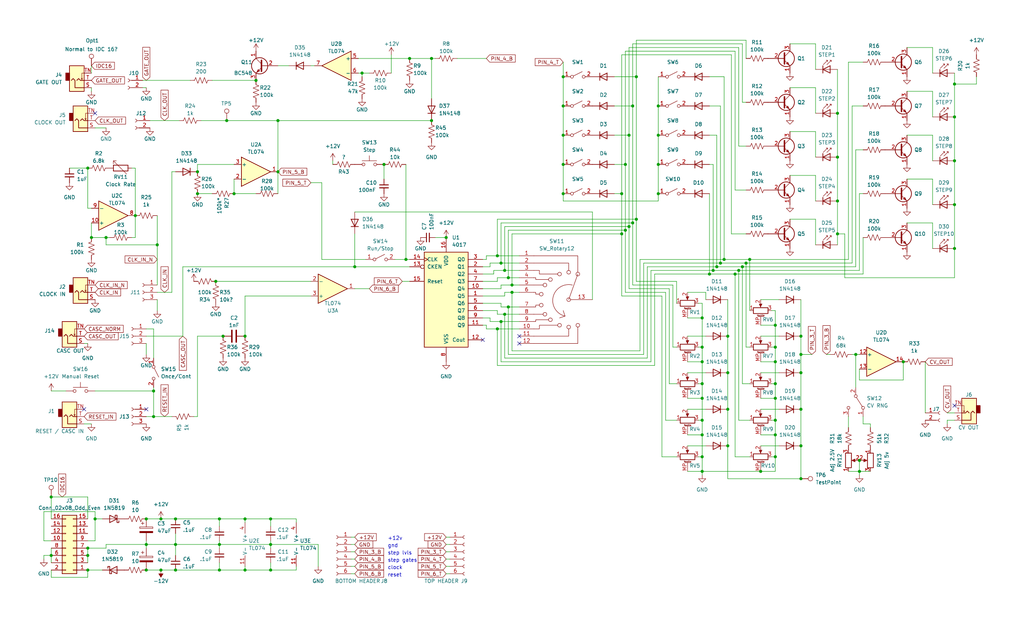
<source format=kicad_sch>
(kicad_sch (version 20230121) (generator eeschema)

  (uuid 0183ccee-e064-4ef2-a2e7-6b862e9a0382)

  (paper "USLegal")

  (title_block
    (comment 1 "Q1 to Q10: 2N3904")
  )

  

  (junction (at 93.98 189.23) (diameter 0) (color 0 0 0 0)
    (uuid 011c419d-5ff7-4363-9075-2856a4ede88f)
  )
  (junction (at 331.47 29.21) (diameter 0) (color 0 0 0 0)
    (uuid 015055e6-efde-4c4f-9c46-23f9a2170636)
  )
  (junction (at 220.98 76.2) (diameter 0) (color 0 0 0 0)
    (uuid 0498acf2-4a42-41b9-8a83-9cb827618b58)
  )
  (junction (at 243.84 158.75) (diameter 0) (color 0 0 0 0)
    (uuid 05073c47-fcd0-4703-b249-b58b15dcd343)
  )
  (junction (at 55.88 198.12) (diameter 0) (color 0 0 0 0)
    (uuid 070dea96-734a-4fe8-a645-17436b18cde3)
  )
  (junction (at 140.97 90.17) (diameter 0) (color 0 0 0 0)
    (uuid 08e06723-1a31-40ea-b20f-d54b0930880b)
  )
  (junction (at 215.9 81.28) (diameter 0) (color 0 0 0 0)
    (uuid 09d976e8-010f-4185-9bdf-d4100d2563b0)
  )
  (junction (at 257.81 92.71) (diameter 0) (color 0 0 0 0)
    (uuid 0a417d28-b685-4616-8540-d93b7cb28c4f)
  )
  (junction (at 33.02 180.34) (diameter 0) (color 0 0 0 0)
    (uuid 0a591257-640d-4ffa-adc7-e889a7ee0fde)
  )
  (junction (at 96.52 59.69) (diameter 0) (color 0 0 0 0)
    (uuid 0d11bdee-7ff2-4cb0-b2ff-c9ea355843f1)
  )
  (junction (at 215.9 67.31) (diameter 0) (color 0 0 0 0)
    (uuid 0e892fb9-6784-4f36-b722-0f39176507ea)
  )
  (junction (at 195.58 57.15) (diameter 0) (color 0 0 0 0)
    (uuid 1005738a-a047-4fc9-8ad0-6948cc031bdb)
  )
  (junction (at 31.75 82.55) (diameter 0) (color 0 0 0 0)
    (uuid 14d46af3-c6d9-4f7e-b6fd-9a6b2ce626a9)
  )
  (junction (at 54.61 85.09) (diameter 0) (color 0 0 0 0)
    (uuid 18594226-b69a-4ed4-bd94-0670de485a48)
  )
  (junction (at 228.6 67.31) (diameter 0) (color 0 0 0 0)
    (uuid 1a2349e1-c614-4e54-9a0c-d33c56eda138)
  )
  (junction (at 269.24 138.43) (diameter 0) (color 0 0 0 0)
    (uuid 1ae7b0fa-0961-4fa9-b7a3-9899c89833f7)
  )
  (junction (at 53.34 144.78) (diameter 0) (color 0 0 0 0)
    (uuid 1af74c4a-3bf5-481f-903d-93cab53c2751)
  )
  (junction (at 68.58 67.31) (diameter 0) (color 0 0 0 0)
    (uuid 1cbe768f-d83e-48ea-9fc1-0ccbc01d54e1)
  )
  (junction (at 36.83 82.55) (diameter 0) (color 0 0 0 0)
    (uuid 1eb6c036-2edc-4802-b357-55e95c7d1581)
  )
  (junction (at 278.13 142.24) (diameter 0) (color 0 0 0 0)
    (uuid 1f16cde0-4b57-41af-b788-635dc2b5639e)
  )
  (junction (at 243.84 163.83) (diameter 0) (color 0 0 0 0)
    (uuid 20518cc6-f725-4d5e-9baf-324b533dcf19)
  )
  (junction (at 133.35 57.15) (diameter 0) (color 0 0 0 0)
    (uuid 2233ba33-dabb-42e5-a601-266667039581)
  )
  (junction (at 248.92 92.71) (diameter 0) (color 0 0 0 0)
    (uuid 22e49040-8e3d-42cb-ace8-4c4c8065d68d)
  )
  (junction (at 269.24 146.05) (diameter 0) (color 0 0 0 0)
    (uuid 27b98583-ea3b-43ee-a47e-c4036dcc0071)
  )
  (junction (at 290.83 39.37) (diameter 0) (color 0 0 0 0)
    (uuid 31130b81-9c05-48b1-944c-ae88c1bdc9ee)
  )
  (junction (at 60.96 198.12) (diameter 0) (color 0 0 0 0)
    (uuid 34913eb3-6602-4ff0-af27-7abea154e8fe)
  )
  (junction (at 278.13 166.37) (diameter 0) (color 0 0 0 0)
    (uuid 349bc12f-e94f-4f55-911d-565566a403c5)
  )
  (junction (at 50.8 189.23) (diameter 0) (color 0 0 0 0)
    (uuid 35d8efe1-1c04-4f27-ae57-90e4de5a951e)
  )
  (junction (at 264.16 163.83) (diameter 0) (color 0 0 0 0)
    (uuid 36870a77-2079-4eaf-9c37-89b750ef9218)
  )
  (junction (at 125.73 25.4) (diameter 0) (color 0 0 0 0)
    (uuid 38f6937f-546f-433a-8623-80cc044ca6c1)
  )
  (junction (at 269.24 125.73) (diameter 0) (color 0 0 0 0)
    (uuid 3ae19dab-d8af-48d0-b430-a62911e3184a)
  )
  (junction (at 53.34 135.89) (diameter 0) (color 0 0 0 0)
    (uuid 3c3d0576-a51f-4b49-95af-83f1039dea1a)
  )
  (junction (at 76.2 198.12) (diameter 0) (color 0 0 0 0)
    (uuid 3dcacbfb-08e0-4510-8094-b15a3607711d)
  )
  (junction (at 331.47 55.88) (diameter 0) (color 0 0 0 0)
    (uuid 3efeea15-2555-409e-af77-545dcbe14fc3)
  )
  (junction (at 331.47 40.64) (diameter 0) (color 0 0 0 0)
    (uuid 42def11b-5506-426d-89af-6663d275c9b9)
  )
  (junction (at 76.2 189.23) (diameter 0) (color 0 0 0 0)
    (uuid 43006a6e-3e71-467b-8ff5-5e161aa64490)
  )
  (junction (at 252.73 142.24) (diameter 0) (color 0 0 0 0)
    (uuid 43486642-a052-4f5a-9f32-2a67b59c5169)
  )
  (junction (at 17.78 172.72) (diameter 0) (color 0 0 0 0)
    (uuid 453ef305-8e7c-435f-9621-3d0c812bcc89)
  )
  (junction (at 218.44 46.99) (diameter 0) (color 0 0 0 0)
    (uuid 478e64c5-1054-428f-be6c-eb3bb90547f2)
  )
  (junction (at 176.53 106.68) (diameter 0) (color 0 0 0 0)
    (uuid 4a52cef7-51fb-4872-9b1d-d243f7d9fced)
  )
  (junction (at 175.26 109.22) (diameter 0) (color 0 0 0 0)
    (uuid 4c421e5c-91b5-4d6a-a64b-8fa06442d4fc)
  )
  (junction (at 228.6 46.99) (diameter 0) (color 0 0 0 0)
    (uuid 4d380500-1a1b-4593-83c0-bb847f5d9030)
  )
  (junction (at 290.83 69.85) (diameter 0) (color 0 0 0 0)
    (uuid 4d8cc647-2c0b-4167-8dec-d35a59f3a146)
  )
  (junction (at 149.86 41.91) (diameter 0) (color 0 0 0 0)
    (uuid 50aea820-6df7-4352-a6e8-43ac4e358895)
  )
  (junction (at 219.71 36.83) (diameter 0) (color 0 0 0 0)
    (uuid 535dec9e-082b-46b3-be6d-f39446f80371)
  )
  (junction (at 149.86 20.32) (diameter 0) (color 0 0 0 0)
    (uuid 55976355-6669-4f8f-b76c-d74fcf111d2e)
  )
  (junction (at 243.84 133.35) (diameter 0) (color 0 0 0 0)
    (uuid 58acb13d-c688-405c-ba87-f0c93138f77e)
  )
  (junction (at 30.48 198.12) (diameter 0) (color 0 0 0 0)
    (uuid 59d80ebf-c408-46df-99f6-8225dd2d451e)
  )
  (junction (at 96.52 41.91) (diameter 0) (color 0 0 0 0)
    (uuid 5cc55340-5bc5-419d-a217-020861c33d2a)
  )
  (junction (at 17.78 193.04) (diameter 0) (color 0 0 0 0)
    (uuid 5e43a13b-7929-4de6-aa7b-c3e0fe9c554a)
  )
  (junction (at 195.58 67.31) (diameter 0) (color 0 0 0 0)
    (uuid 62b2006d-72f2-43af-8dd8-d22d4538bec8)
  )
  (junction (at 219.71 77.47) (diameter 0) (color 0 0 0 0)
    (uuid 650c9c1e-dd03-4cc5-85cd-e8c16e051c0d)
  )
  (junction (at 173.99 111.76) (diameter 0) (color 0 0 0 0)
    (uuid 65781ae4-12cd-4edb-afdd-f057d2bbdd6d)
  )
  (junction (at 290.83 81.28) (diameter 0) (color 0 0 0 0)
    (uuid 6937e5a9-aeda-4677-95e0-d6843faf6a2f)
  )
  (junction (at 177.8 99.06) (diameter 0) (color 0 0 0 0)
    (uuid 6f1b7e21-af3c-49e4-98c5-bd7afee3aa10)
  )
  (junction (at 81.28 67.31) (diameter 0) (color 0 0 0 0)
    (uuid 71f2ba65-3980-44ae-aa6c-34e37e6e5dd3)
  )
  (junction (at 269.24 113.03) (diameter 0) (color 0 0 0 0)
    (uuid 767b877d-b030-4ea2-8f6b-a4eb58b2cabd)
  )
  (junction (at 252.73 129.54) (diameter 0) (color 0 0 0 0)
    (uuid 7683bb13-bd13-4b8f-b12b-18d4b994597f)
  )
  (junction (at 331.47 71.12) (diameter 0) (color 0 0 0 0)
    (uuid 768ba6d3-c917-431d-861b-17958550ac6e)
  )
  (junction (at 78.74 41.91) (diameter 0) (color 0 0 0 0)
    (uuid 78e10528-90c0-45b4-b4a7-6a4d1dbbcad7)
  )
  (junction (at 30.48 193.04) (diameter 0) (color 0 0 0 0)
    (uuid 796cdd9b-9f6f-4fba-a060-e83d39453b75)
  )
  (junction (at 298.45 163.83) (diameter 0) (color 0 0 0 0)
    (uuid 7a23dbcb-dae6-422b-9cd0-f2f3ce3b5e93)
  )
  (junction (at 278.13 123.19) (diameter 0) (color 0 0 0 0)
    (uuid 7acfb6e1-ec1e-4c73-b1ba-c3d051956343)
  )
  (junction (at 142.24 20.32) (diameter 0) (color 0 0 0 0)
    (uuid 81b707c6-4d1b-4c44-b952-073cc7619071)
  )
  (junction (at 172.72 114.3) (diameter 0) (color 0 0 0 0)
    (uuid 847ef4d2-a26f-4334-a34e-13bf1aefa8b2)
  )
  (junction (at 269.24 120.65) (diameter 0) (color 0 0 0 0)
    (uuid 85ce6f8b-55c0-4125-98ec-c92d18f3b2cb)
  )
  (junction (at 172.72 88.9) (diameter 0) (color 0 0 0 0)
    (uuid 8d1e2f59-09df-446a-8639-75d0c8288f3e)
  )
  (junction (at 50.8 198.12) (diameter 0) (color 0 0 0 0)
    (uuid 8d898de1-58e4-4ad6-88e0-c7766d796ae3)
  )
  (junction (at 278.13 154.94) (diameter 0) (color 0 0 0 0)
    (uuid 8ef872ae-231a-46e1-83d2-df835c2295e7)
  )
  (junction (at 195.58 26.67) (diameter 0) (color 0 0 0 0)
    (uuid 8f604f0d-51fa-4bd5-9228-1c6aa2221bab)
  )
  (junction (at 85.09 116.84) (diameter 0) (color 0 0 0 0)
    (uuid 8fb6715c-6505-4fef-9b98-24204da0643f)
  )
  (junction (at 246.38 95.25) (diameter 0) (color 0 0 0 0)
    (uuid 9111096c-9f99-4805-88e0-1ecb8b44ed9a)
  )
  (junction (at 247.65 93.98) (diameter 0) (color 0 0 0 0)
    (uuid 944cc285-6a62-40b6-820c-0bf3e6478689)
  )
  (junction (at 195.58 36.83) (diameter 0) (color 0 0 0 0)
    (uuid 95441015-4f24-4c38-849e-33064da69901)
  )
  (junction (at 217.17 80.01) (diameter 0) (color 0 0 0 0)
    (uuid 9565087c-cf3a-4845-af35-06f33ae21a17)
  )
  (junction (at 217.17 57.15) (diameter 0) (color 0 0 0 0)
    (uuid 9582a71e-cabb-4a8d-9541-18a03a4e4669)
  )
  (junction (at 123.19 92.71) (diameter 0) (color 0 0 0 0)
    (uuid 962665cd-ae6b-49e5-820a-5858e973ae13)
  )
  (junction (at 30.48 190.5) (diameter 0) (color 0 0 0 0)
    (uuid 99faebab-e1d0-47b6-8d10-147e19486063)
  )
  (junction (at 68.58 59.69) (diameter 0) (color 0 0 0 0)
    (uuid 9b8f24ea-e58d-440d-93f3-c07dea705b1a)
  )
  (junction (at 243.84 110.49) (diameter 0) (color 0 0 0 0)
    (uuid 9c607e57-8baf-4bfe-b6e8-f6695e679d02)
  )
  (junction (at 50.8 180.34) (diameter 0) (color 0 0 0 0)
    (uuid 9da8acd3-6492-4971-97af-b423114b3ac8)
  )
  (junction (at 30.48 58.42) (diameter 0) (color 0 0 0 0)
    (uuid 9e8b19ae-b85c-4ec5-b1ca-1bb1456dc798)
  )
  (junction (at 154.94 82.55) (diameter 0) (color 0 0 0 0)
    (uuid a3f18d3e-6080-4bc0-a898-7828693b0f40)
  )
  (junction (at 269.24 151.13) (diameter 0) (color 0 0 0 0)
    (uuid a719f73e-4927-449b-9891-4c97841033f4)
  )
  (junction (at 85.09 198.12) (diameter 0) (color 0 0 0 0)
    (uuid ae921906-958f-4de1-bf49-f8c1f5c5669f)
  )
  (junction (at 278.13 116.84) (diameter 0) (color 0 0 0 0)
    (uuid b35f0117-4ffc-4845-b6b1-4d3147eed72c)
  )
  (junction (at 243.84 138.43) (diameter 0) (color 0 0 0 0)
    (uuid b485af36-029a-4217-8fbf-705d3c1c1dca)
  )
  (junction (at 255.27 95.25) (diameter 0) (color 0 0 0 0)
    (uuid b727ddeb-e0f5-4ea5-93cc-095f4ba30d99)
  )
  (junction (at 220.98 26.67) (diameter 0) (color 0 0 0 0)
    (uuid b7787053-b507-4014-9616-9b7e32bb3fb4)
  )
  (junction (at 243.84 151.13) (diameter 0) (color 0 0 0 0)
    (uuid b8771b17-a68e-4879-a748-6b58e261bc04)
  )
  (junction (at 297.18 123.19) (diameter 0) (color 0 0 0 0)
    (uuid b87a94d9-76df-4897-8029-02920ff7c924)
  )
  (junction (at 195.58 46.99) (diameter 0) (color 0 0 0 0)
    (uuid bd82b9fa-a008-41f6-92cf-85b7b1e8c93d)
  )
  (junction (at 173.99 91.44) (diameter 0) (color 0 0 0 0)
    (uuid c3165b36-2268-4803-91af-6b3caf83b2c5)
  )
  (junction (at 228.6 57.15) (diameter 0) (color 0 0 0 0)
    (uuid c78aa1eb-9252-4494-957d-f94af88e7704)
  )
  (junction (at 252.73 154.94) (diameter 0) (color 0 0 0 0)
    (uuid c7949983-f3dc-40fa-826a-06f40ff209d1)
  )
  (junction (at 269.24 133.35) (diameter 0) (color 0 0 0 0)
    (uuid d31fbc09-8155-4c78-80c7-19fb3d6e0db2)
  )
  (junction (at 313.69 125.73) (diameter 0) (color 0 0 0 0)
    (uuid d6423517-9ed2-4c3e-ab2a-0a3f27651aed)
  )
  (junction (at 55.88 180.34) (diameter 0) (color 0 0 0 0)
    (uuid d686accf-e0b1-432e-8335-2b2b106f4f06)
  )
  (junction (at 250.19 91.44) (diameter 0) (color 0 0 0 0)
    (uuid d6ed081a-9498-46b4-bec6-46c62fd2bda8)
  )
  (junction (at 60.96 180.34) (diameter 0) (color 0 0 0 0)
    (uuid d74b0c90-c805-4076-b9b5-8bd82c5fb948)
  )
  (junction (at 260.35 90.17) (diameter 0) (color 0 0 0 0)
    (uuid d837efc5-eda4-4ce5-a2e2-e91389040a5f)
  )
  (junction (at 298.45 160.02) (diameter 0) (color 0 0 0 0)
    (uuid d8406845-f76e-4ecd-9261-5ea53c984a40)
  )
  (junction (at 74.93 97.79) (diameter 0) (color 0 0 0 0)
    (uuid db1805a6-f52b-4206-bc0c-20f880d385e0)
  )
  (junction (at 269.24 158.75) (diameter 0) (color 0 0 0 0)
    (uuid db203f07-ab4d-494d-bd81-fb9cdba5141c)
  )
  (junction (at 85.09 180.34) (diameter 0) (color 0 0 0 0)
    (uuid dbc71a58-d67f-4b85-b551-ab8f67a7651f)
  )
  (junction (at 93.98 198.12) (diameter 0) (color 0 0 0 0)
    (uuid dc0b2b96-4d5f-4fdc-9487-fc344d8894f6)
  )
  (junction (at 177.8 101.6) (diameter 0) (color 0 0 0 0)
    (uuid dc2eb1dc-1766-46e0-840b-77ec38027cdb)
  )
  (junction (at 76.2 180.34) (diameter 0) (color 0 0 0 0)
    (uuid dfa49811-dab2-4b84-83bd-7a18b81556a9)
  )
  (junction (at 88.9 27.94) (diameter 0) (color 0 0 0 0)
    (uuid e3172383-7bdc-4c1d-aaac-6bba8f4999ab)
  )
  (junction (at 46.99 74.93) (diameter 0) (color 0 0 0 0)
    (uuid e6647efc-c800-4a38-8dc9-53bcbaf0134c)
  )
  (junction (at 256.54 93.98) (diameter 0) (color 0 0 0 0)
    (uuid e69b8516-11e7-4e53-8831-f21995f730f9)
  )
  (junction (at 243.84 146.05) (diameter 0) (color 0 0 0 0)
    (uuid e6a097f1-33bd-4a96-ad0c-cecec42277ee)
  )
  (junction (at 176.53 96.52) (diameter 0) (color 0 0 0 0)
    (uuid e6beb79f-38c1-4d4a-999f-e1438ac7a26f)
  )
  (junction (at 175.26 93.98) (diameter 0) (color 0 0 0 0)
    (uuid e97e5170-2deb-493e-8e2b-576288576b0c)
  )
  (junction (at 243.84 120.65) (diameter 0) (color 0 0 0 0)
    (uuid eb0e99ea-e310-4fa5-bb8e-26935703a7c9)
  )
  (junction (at 228.6 36.83) (diameter 0) (color 0 0 0 0)
    (uuid ebce4ade-a0ca-4562-91a2-768c0bba2afe)
  )
  (junction (at 331.47 86.36) (diameter 0) (color 0 0 0 0)
    (uuid ec39c78a-5b4c-48b4-8cff-3903a6ca84a5)
  )
  (junction (at 218.44 78.74) (diameter 0) (color 0 0 0 0)
    (uuid eeb0b500-9121-4393-9984-5ab628b43028)
  )
  (junction (at 251.46 90.17) (diameter 0) (color 0 0 0 0)
    (uuid f1159bce-7ed4-480b-b27d-26a8b28fc5e7)
  )
  (junction (at 60.96 189.23) (diameter 0) (color 0 0 0 0)
    (uuid f231537b-b45f-44b0-81f6-2ddc919320e4)
  )
  (junction (at 278.13 129.54) (diameter 0) (color 0 0 0 0)
    (uuid f40ab3cd-d74f-4ed5-9a0f-10ed44cbe68c)
  )
  (junction (at 93.98 180.34) (diameter 0) (color 0 0 0 0)
    (uuid f413e20b-046e-4341-a5e4-878a914081d8)
  )
  (junction (at 243.84 125.73) (diameter 0) (color 0 0 0 0)
    (uuid f76c79a1-a2b8-4183-8520-495d8023bb81)
  )
  (junction (at 77.47 116.84) (diameter 0) (color 0 0 0 0)
    (uuid f7937d44-1234-4d17-9c3b-d03b7870d627)
  )
  (junction (at 252.73 116.84) (diameter 0) (color 0 0 0 0)
    (uuid f7bd8324-ce99-43ed-9828-097d6b2d30b7)
  )
  (junction (at 290.83 54.61) (diameter 0) (color 0 0 0 0)
    (uuid fbe51f3b-939f-4e45-9202-99cf4fc92e06)
  )
  (junction (at 259.08 91.44) (diameter 0) (color 0 0 0 0)
    (uuid fc5021b0-f783-415c-88fd-5e5c25fa0603)
  )

  (no_connect (at 180.34 116.84) (uuid 1dd65b67-37d9-4baa-8be4-c7291463e8f7))
  (no_connect (at 33.02 39.37) (uuid 2feef5e9-6b8d-4694-beb1-00bb1b0a4228))
  (no_connect (at 50.8 142.24) (uuid 73a0f5a2-b2ec-473d-a274-d168b273049a))
  (no_connect (at 29.21 142.24) (uuid dcf78844-6e34-4c76-8942-da9844c91b03))
  (no_connect (at 331.47 140.97) (uuid eb15304f-2906-46a3-882b-ec2778443661))
  (no_connect (at 180.34 119.38) (uuid ef7bb7ed-7285-4098-b34b-6145d18519b0))
  (no_connect (at 167.64 118.11) (uuid f676239d-d10b-49dc-b8af-d9af617e51bc))

  (wire (pts (xy 102.87 180.34) (xy 102.87 181.61))
    (stroke (width 0) (type default))
    (uuid 0074c357-3ded-4010-9e9e-5ab05367bde2)
  )
  (wire (pts (xy 299.72 147.32) (xy 299.72 144.78))
    (stroke (width 0) (type default))
    (uuid 00813752-da5b-4695-a3cd-4b9603ae089c)
  )
  (wire (pts (xy 323.85 16.51) (xy 323.85 25.4))
    (stroke (width 0) (type default))
    (uuid 00c16e64-cf00-4334-acbc-55381a0d48ab)
  )
  (wire (pts (xy 217.17 80.01) (xy 217.17 101.6))
    (stroke (width 0) (type default))
    (uuid 01768d08-037c-44b9-bbd7-ad6616eee0eb)
  )
  (wire (pts (xy 133.35 57.15) (xy 133.35 62.23))
    (stroke (width 0) (type default))
    (uuid 018f8fd6-b035-40b0-be7b-71aec0204c43)
  )
  (wire (pts (xy 30.48 172.72) (xy 17.78 172.72))
    (stroke (width 0) (type default))
    (uuid 030e737b-7dd4-48cd-83e8-cf50a87ec4fe)
  )
  (wire (pts (xy 177.8 81.28) (xy 215.9 81.28))
    (stroke (width 0) (type default))
    (uuid 03eb185b-91c9-48bb-be55-932253ac2aa4)
  )
  (wire (pts (xy 177.8 81.28) (xy 177.8 99.06))
    (stroke (width 0) (type default))
    (uuid 040c08b7-8619-4363-b0c0-a3c89b9fe9fa)
  )
  (wire (pts (xy 173.99 99.06) (xy 177.8 99.06))
    (stroke (width 0) (type default))
    (uuid 045388af-7ac1-402f-8d73-1cfa13cfe524)
  )
  (wire (pts (xy 283.21 60.96) (xy 283.21 69.85))
    (stroke (width 0) (type default))
    (uuid 04d5d949-d504-41df-a482-2f952cf84e9a)
  )
  (wire (pts (xy 213.36 36.83) (xy 219.71 36.83))
    (stroke (width 0) (type default))
    (uuid 05fb5efb-370e-404c-a59c-940a8449859e)
  )
  (wire (pts (xy 323.85 77.47) (xy 323.85 86.36))
    (stroke (width 0) (type default))
    (uuid 063e9571-37e4-4ce1-82ca-e468fac0a01e)
  )
  (wire (pts (xy 331.47 96.52) (xy 293.37 96.52))
    (stroke (width 0) (type default))
    (uuid 06d1e7d8-a1e6-4ca1-ac92-30378d5e8ad9)
  )
  (wire (pts (xy 264.16 142.24) (xy 270.51 142.24))
    (stroke (width 0) (type default))
    (uuid 06f0abdf-8e14-4d93-a747-a90bbceed4e0)
  )
  (wire (pts (xy 63.5 92.71) (xy 123.19 92.71))
    (stroke (width 0) (type default))
    (uuid 0736b2e2-1fc9-4ddd-b774-033c7b19bebf)
  )
  (wire (pts (xy 125.73 25.4) (xy 128.27 25.4))
    (stroke (width 0) (type default))
    (uuid 07662333-109f-4e1d-aa49-1b813e80c3ea)
  )
  (wire (pts (xy 175.26 93.98) (xy 180.34 93.98))
    (stroke (width 0) (type default))
    (uuid 08fc2023-0ce2-4ad4-b9c4-e4a56942bc69)
  )
  (wire (pts (xy 238.76 101.6) (xy 245.11 101.6))
    (stroke (width 0) (type default))
    (uuid 098a8db1-4e79-4cc7-b7d3-c7f052fd7d67)
  )
  (wire (pts (xy 269.24 125.73) (xy 269.24 133.35))
    (stroke (width 0) (type default))
    (uuid 0aae015e-ada4-4d8d-830e-581ff6054554)
  )
  (wire (pts (xy 227.33 95.25) (xy 227.33 127))
    (stroke (width 0) (type default))
    (uuid 0b07f73d-2d6d-40ad-8fbc-b56d2762406b)
  )
  (wire (pts (xy 156.21 194.31) (xy 154.94 194.31))
    (stroke (width 0) (type default))
    (uuid 0c05ca19-b3c9-471c-80da-c99c08197811)
  )
  (wire (pts (xy 53.34 134.62) (xy 53.34 135.89))
    (stroke (width 0) (type default))
    (uuid 0c0dc030-d366-44cd-ad75-2281e562d347)
  )
  (wire (pts (xy 50.8 180.34) (xy 55.88 180.34))
    (stroke (width 0) (type default))
    (uuid 0c536f4b-aac4-412d-b145-1b39bcabf054)
  )
  (wire (pts (xy 233.68 120.65) (xy 234.95 120.65))
    (stroke (width 0) (type default))
    (uuid 0d2cbd8f-e182-485f-b0aa-0bcb88313e0d)
  )
  (wire (pts (xy 172.72 76.2) (xy 220.98 76.2))
    (stroke (width 0) (type default))
    (uuid 0db3a00a-a1d5-4cd6-b0cb-4ae307b391fc)
  )
  (wire (pts (xy 50.8 116.84) (xy 63.5 116.84))
    (stroke (width 0) (type default))
    (uuid 0ede00d9-4423-44a5-9f8c-dd2203ff7edf)
  )
  (wire (pts (xy 73.66 27.94) (xy 88.9 27.94))
    (stroke (width 0) (type default))
    (uuid 0ef5e8d3-0cf6-47e2-adb1-39448ebb6eee)
  )
  (wire (pts (xy 215.9 67.31) (xy 215.9 81.28))
    (stroke (width 0) (type default))
    (uuid 0f1734ee-cd02-4d41-9fbf-6617974ac5d4)
  )
  (wire (pts (xy 267.97 158.75) (xy 269.24 158.75))
    (stroke (width 0) (type default))
    (uuid 0f5f0a99-a8e0-4a22-b15e-cb5611f26383)
  )
  (wire (pts (xy 30.48 198.12) (xy 35.56 198.12))
    (stroke (width 0) (type default))
    (uuid 0f8dd740-fdcc-4317-89c4-b9db47e391af)
  )
  (wire (pts (xy 297.18 123.19) (xy 297.18 134.62))
    (stroke (width 0) (type default))
    (uuid 106d3330-79e1-485c-b84b-fb3a48f7c730)
  )
  (wire (pts (xy 228.6 36.83) (xy 228.6 46.99))
    (stroke (width 0) (type default))
    (uuid 10f6aee3-5b64-49d4-88c9-014b38ee8ca9)
  )
  (wire (pts (xy 93.98 189.23) (xy 110.49 189.23))
    (stroke (width 0) (type default))
    (uuid 12411b7f-c35d-4e9e-935a-4f399f73002c)
  )
  (wire (pts (xy 177.8 101.6) (xy 180.34 101.6))
    (stroke (width 0) (type default))
    (uuid 1297ee5e-d2cd-4e04-a398-7d8af3200b89)
  )
  (wire (pts (xy 125.73 25.4) (xy 125.73 26.67))
    (stroke (width 0) (type default))
    (uuid 12d45c8a-a164-498c-b47b-30a8d7ba0cf9)
  )
  (wire (pts (xy 167.64 100.33) (xy 173.99 100.33))
    (stroke (width 0) (type default))
    (uuid 13046eb0-59a1-4cbe-9e1c-0df6525dae05)
  )
  (wire (pts (xy 252.73 104.14) (xy 252.73 116.84))
    (stroke (width 0) (type default))
    (uuid 1361fa46-9c97-4e5b-9ce3-a8e351407360)
  )
  (wire (pts (xy 269.24 120.65) (xy 269.24 125.73))
    (stroke (width 0) (type default))
    (uuid 13b1e1a2-44b4-4ab8-90e9-84ccaebb4026)
  )
  (wire (pts (xy 168.91 90.17) (xy 167.64 90.17))
    (stroke (width 0) (type default))
    (uuid 13f1b5d6-74da-4b80-89a0-87006257fd05)
  )
  (wire (pts (xy 173.99 77.47) (xy 173.99 91.44))
    (stroke (width 0) (type default))
    (uuid 1428f379-0a0c-4b46-9c0a-312af3a66d03)
  )
  (wire (pts (xy 297.18 123.19) (xy 298.45 123.19))
    (stroke (width 0) (type default))
    (uuid 14321bc7-6bb5-4c19-b9b3-02a0d36ff2c8)
  )
  (wire (pts (xy 290.83 39.37) (xy 290.83 54.61))
    (stroke (width 0) (type default))
    (uuid 14594e85-7026-44fb-9209-57e9f54c91a0)
  )
  (wire (pts (xy 259.08 81.28) (xy 254 81.28))
    (stroke (width 0) (type default))
    (uuid 15ec230e-505a-4acc-82a6-0e51e2ff84c6)
  )
  (wire (pts (xy 248.92 46.99) (xy 248.92 92.71))
    (stroke (width 0) (type default))
    (uuid 1698c7d9-b8e5-4704-a0d2-1b986cb59d73)
  )
  (wire (pts (xy 213.36 26.67) (xy 220.98 26.67))
    (stroke (width 0) (type default))
    (uuid 16f3a0f3-d1f1-4fb2-a80d-15f72a38032a)
  )
  (wire (pts (xy 283.21 76.2) (xy 283.21 85.09))
    (stroke (width 0) (type default))
    (uuid 17a13294-042c-43c9-8ded-148b1e9d71f7)
  )
  (wire (pts (xy 60.96 189.23) (xy 76.2 189.23))
    (stroke (width 0) (type default))
    (uuid 18a9b380-41a9-4d7b-8e51-14f4e71ddee8)
  )
  (wire (pts (xy 269.24 151.13) (xy 269.24 158.75))
    (stroke (width 0) (type default))
    (uuid 196c782f-b66d-41f4-86f0-1babb6b2abf7)
  )
  (wire (pts (xy 252.73 129.54) (xy 252.73 142.24))
    (stroke (width 0) (type default))
    (uuid 1a800bfd-a0ca-4bb2-9a47-5fcf6236fee7)
  )
  (wire (pts (xy 24.13 58.42) (xy 30.48 58.42))
    (stroke (width 0) (type default))
    (uuid 1b61b2be-e523-4af5-b41e-835c62fcc0ec)
  )
  (wire (pts (xy 213.36 57.15) (xy 217.17 57.15))
    (stroke (width 0) (type default))
    (uuid 1bec21ce-c1b0-43f2-84f4-0225643a7804)
  )
  (wire (pts (xy 172.72 114.3) (xy 180.34 114.3))
    (stroke (width 0) (type default))
    (uuid 1c4a0c24-e7eb-4db8-9ac6-2f85abb75c6a)
  )
  (wire (pts (xy 242.57 146.05) (xy 243.84 146.05))
    (stroke (width 0) (type default))
    (uuid 1c5145b4-2577-4032-a680-0c675a556095)
  )
  (wire (pts (xy 123.19 189.23) (xy 121.92 189.23))
    (stroke (width 0) (type default))
    (uuid 1c65ea17-1ca8-47ee-8a7f-596aa86948f6)
  )
  (wire (pts (xy 331.47 40.64) (xy 331.47 55.88))
    (stroke (width 0) (type default))
    (uuid 1c9c9a13-3d68-4a18-90f3-e657653cd765)
  )
  (wire (pts (xy 229.87 102.87) (xy 229.87 158.75))
    (stroke (width 0) (type default))
    (uuid 1cdf5679-3d77-4ae5-90df-15c79204965e)
  )
  (wire (pts (xy 195.58 21.59) (xy 195.58 26.67))
    (stroke (width 0) (type default))
    (uuid 1d18c942-eb98-4ced-b8a1-d2e40559f038)
  )
  (wire (pts (xy 246.38 95.25) (xy 255.27 95.25))
    (stroke (width 0) (type default))
    (uuid 1e56bced-0848-4b6d-93de-75bc2ebe7173)
  )
  (wire (pts (xy 171.45 93.98) (xy 175.26 93.98))
    (stroke (width 0) (type default))
    (uuid 1e842d7e-3afb-4389-8a10-70842753dfe4)
  )
  (wire (pts (xy 195.58 69.85) (xy 228.6 69.85))
    (stroke (width 0) (type default))
    (uuid 1ef86f09-82ba-47e4-8672-6802916cb08c)
  )
  (wire (pts (xy 278.13 123.19) (xy 278.13 129.54))
    (stroke (width 0) (type default))
    (uuid 1f275ef8-700c-48e7-855a-8df8923279a8)
  )
  (wire (pts (xy 176.53 106.68) (xy 176.53 123.19))
    (stroke (width 0) (type default))
    (uuid 1f5fb3d2-62bc-425b-aacc-eff4b3355b08)
  )
  (wire (pts (xy 328.93 146.05) (xy 331.47 146.05))
    (stroke (width 0) (type default))
    (uuid 1f6154fb-6386-41c4-9835-2b4c30b7392e)
  )
  (wire (pts (xy 264.16 104.14) (xy 270.51 104.14))
    (stroke (width 0) (type default))
    (uuid 2103bc5c-5a9a-4fb5-8d2b-abab57fcedd8)
  )
  (wire (pts (xy 274.32 60.96) (xy 283.21 60.96))
    (stroke (width 0) (type default))
    (uuid 2142e024-aecd-49ce-bac7-fc724e41183e)
  )
  (wire (pts (xy 290.83 85.09) (xy 290.83 81.28))
    (stroke (width 0) (type default))
    (uuid 217b476a-7430-496e-b226-bfeff76aaed1)
  )
  (wire (pts (xy 219.71 36.83) (xy 219.71 77.47))
    (stroke (width 0) (type default))
    (uuid 21ae1422-9ebc-437c-98fd-8cdbba2308f9)
  )
  (wire (pts (xy 251.46 26.67) (xy 251.46 90.17))
    (stroke (width 0) (type default))
    (uuid 2332c493-abf4-434c-9cd9-6c2a7f84f621)
  )
  (wire (pts (xy 238.76 138.43) (xy 243.84 138.43))
    (stroke (width 0) (type default))
    (uuid 236e7074-fe32-46d3-bffc-3ea3fe983423)
  )
  (wire (pts (xy 50.8 144.78) (xy 53.34 144.78))
    (stroke (width 0) (type default))
    (uuid 23e4bbb0-876e-4fe1-a791-09b3c24ae7ab)
  )
  (wire (pts (xy 172.72 97.79) (xy 172.72 96.52))
    (stroke (width 0) (type default))
    (uuid 2402964b-e1a0-4e4f-88a2-3fcfd0f241e9)
  )
  (wire (pts (xy 156.21 196.85) (xy 154.94 196.85))
    (stroke (width 0) (type default))
    (uuid 247a67f7-9d2b-4220-b2bc-bf8063e2958d)
  )
  (wire (pts (xy 180.34 109.22) (xy 175.26 109.22))
    (stroke (width 0) (type default))
    (uuid 25f1a8c9-4ddc-4b07-8058-473337c0d386)
  )
  (wire (pts (xy 171.45 95.25) (xy 171.45 93.98))
    (stroke (width 0) (type default))
    (uuid 2617168f-357c-465d-8a7c-f0f085ebe093)
  )
  (wire (pts (xy 218.44 16.51) (xy 218.44 46.99))
    (stroke (width 0) (type default))
    (uuid 2669e2c1-d335-421d-acc7-c7d0e94f8927)
  )
  (wire (pts (xy 255.27 17.78) (xy 217.17 17.78))
    (stroke (width 0) (type default))
    (uuid 268ae26d-f9f5-41e2-87bd-9c52ffca2778)
  )
  (wire (pts (xy 226.06 93.98) (xy 247.65 93.98))
    (stroke (width 0) (type default))
    (uuid 26a3fa84-f5e0-471a-ae8c-4cc98650a064)
  )
  (wire (pts (xy 231.14 101.6) (xy 231.14 146.05))
    (stroke (width 0) (type default))
    (uuid 26adc095-0dbe-49ad-bfc5-d5a3d0284ac5)
  )
  (wire (pts (xy 215.9 102.87) (xy 229.87 102.87))
    (stroke (width 0) (type default))
    (uuid 273375f2-c9ec-4edc-a782-ac73e370b914)
  )
  (wire (pts (xy 246.38 67.31) (xy 246.38 95.25))
    (stroke (width 0) (type default))
    (uuid 273ec1e3-97aa-4f05-98b5-4bd795314f68)
  )
  (wire (pts (xy 33.02 177.8) (xy 33.02 180.34))
    (stroke (width 0) (type default))
    (uuid 274e1a15-558c-455d-8481-5dcf1d901791)
  )
  (wire (pts (xy 260.35 90.17) (xy 260.35 107.95))
    (stroke (width 0) (type default))
    (uuid 27aff9db-feb7-43cd-bd2b-0a059a1c3f98)
  )
  (wire (pts (xy 30.48 190.5) (xy 36.83 190.5))
    (stroke (width 0) (type default))
    (uuid 28a6d574-2dfb-4694-960a-8299a295dd90)
  )
  (wire (pts (xy 274.32 15.24) (xy 283.21 15.24))
    (stroke (width 0) (type default))
    (uuid 28ff35d7-0b0a-41d5-8ae1-1afd59c15233)
  )
  (wire (pts (xy 252.73 166.37) (xy 278.13 166.37))
    (stroke (width 0) (type default))
    (uuid 2a32df4c-5020-48bc-bdc2-781e1de4a336)
  )
  (wire (pts (xy 168.91 113.03) (xy 168.91 114.3))
    (stroke (width 0) (type default))
    (uuid 2a49ec9d-2e95-484e-a388-0cd3d1738668)
  )
  (wire (pts (xy 238.76 154.94) (xy 245.11 154.94))
    (stroke (width 0) (type default))
    (uuid 2b580b61-5b13-402e-b0e3-733870d02d94)
  )
  (wire (pts (xy 175.26 78.74) (xy 218.44 78.74))
    (stroke (width 0) (type default))
    (uuid 2bdd39b5-e18d-4dd6-93db-66e5a729219c)
  )
  (wire (pts (xy 323.85 31.75) (xy 323.85 40.64))
    (stroke (width 0) (type default))
    (uuid 2c4d4887-1b89-421a-9a17-303e4b6b6e04)
  )
  (wire (pts (xy 172.72 114.3) (xy 172.72 127))
    (stroke (width 0) (type default))
    (uuid 2cf0a9b6-feb9-4df6-b6bc-12a2eeff6cbf)
  )
  (wire (pts (xy 93.98 180.34) (xy 93.98 182.88))
    (stroke (width 0) (type default))
    (uuid 2d8f9d37-f968-4055-8ade-55fb4cfd3bae)
  )
  (wire (pts (xy 278.13 142.24) (xy 278.13 154.94))
    (stroke (width 0) (type default))
    (uuid 2de11bca-c98c-4cfb-88f1-7f9c6ba044db)
  )
  (wire (pts (xy 314.96 62.23) (xy 323.85 62.23))
    (stroke (width 0) (type default))
    (uuid 2de13f4b-5e00-4f98-9c6d-73d97ede169a)
  )
  (wire (pts (xy 269.24 133.35) (xy 269.24 138.43))
    (stroke (width 0) (type default))
    (uuid 2e4b1138-f05a-4153-ab7c-0bd0a4f92989)
  )
  (wire (pts (xy 290.83 69.85) (xy 290.83 81.28))
    (stroke (width 0) (type default))
    (uuid 2eae8a5b-fbfb-4b4a-9672-eaa6796849d2)
  )
  (wire (pts (xy 68.58 57.15) (xy 68.58 59.69))
    (stroke (width 0) (type default))
    (uuid 2ed45247-0681-4c70-98ca-6bad2e80d725)
  )
  (wire (pts (xy 172.72 109.22) (xy 175.26 109.22))
    (stroke (width 0) (type default))
    (uuid 2f2bf9f9-441d-4b62-b51f-674bc20f45ce)
  )
  (wire (pts (xy 29.21 147.32) (xy 31.75 147.32))
    (stroke (width 0) (type default))
    (uuid 2f85001d-e8b7-4b8f-8e7c-e871259ef423)
  )
  (wire (pts (xy 15.24 177.8) (xy 33.02 177.8))
    (stroke (width 0) (type default))
    (uuid 2f8d7545-fa11-4358-b041-1919a39a1c35)
  )
  (wire (pts (xy 96.52 41.91) (xy 78.74 41.91))
    (stroke (width 0) (type default))
    (uuid 2ff26a64-5b01-4d36-9861-f9fccbb4d0a0)
  )
  (wire (pts (xy 123.19 194.31) (xy 121.92 194.31))
    (stroke (width 0) (type default))
    (uuid 3147fcdf-adda-4e00-a5c9-71c6050f9782)
  )
  (wire (pts (xy 331.47 29.21) (xy 339.09 29.21))
    (stroke (width 0) (type default))
    (uuid 322c11db-5286-4058-bdd4-88fa29e053b1)
  )
  (wire (pts (xy 31.75 22.86) (xy 31.75 25.4))
    (stroke (width 0) (type default))
    (uuid 3239b486-4c3a-4d0d-9fe1-b79467e904e8)
  )
  (wire (pts (xy 68.58 57.15) (xy 81.28 57.15))
    (stroke (width 0) (type default))
    (uuid 32d6076f-41bf-4c92-b2ef-ba362090bf95)
  )
  (wire (pts (xy 255.27 95.25) (xy 299.72 95.25))
    (stroke (width 0) (type default))
    (uuid 33755df3-2997-41f7-ac73-082db42c8ef8)
  )
  (wire (pts (xy 31.75 72.39) (xy 30.48 72.39))
    (stroke (width 0) (type default))
    (uuid 346a2329-0139-448c-adbc-5c52f0e0b300)
  )
  (wire (pts (xy 278.13 104.14) (xy 278.13 116.84))
    (stroke (width 0) (type default))
    (uuid 34987e7d-1211-4776-bf45-b8d8a02b0058)
  )
  (wire (pts (xy 245.11 101.6) (xy 245.11 104.14))
    (stroke (width 0) (type default))
    (uuid 34b22ab0-a4c3-4543-a6f0-cc70724ecd2e)
  )
  (wire (pts (xy 295.91 36.83) (xy 299.72 36.83))
    (stroke (width 0) (type default))
    (uuid 3540ec8d-5eb3-4afc-936e-37011f7ace91)
  )
  (wire (pts (xy 111.76 63.5) (xy 111.76 90.17))
    (stroke (width 0) (type default))
    (uuid 35c5751c-e768-4cce-9c8e-735aaa7b77f1)
  )
  (wire (pts (xy 60.96 180.34) (xy 76.2 180.34))
    (stroke (width 0) (type default))
    (uuid 366b9800-6bbc-4d3f-9da6-647618f39022)
  )
  (wire (pts (xy 217.17 101.6) (xy 231.14 101.6))
    (stroke (width 0) (type default))
    (uuid 36710a29-8e56-48e5-921f-26390d3bbb59)
  )
  (wire (pts (xy 232.41 100.33) (xy 232.41 133.35))
    (stroke (width 0) (type default))
    (uuid 3692ac6e-af22-4564-936d-af8fe0da8f6a)
  )
  (wire (pts (xy 60.96 189.23) (xy 60.96 193.04))
    (stroke (width 0) (type default))
    (uuid 36b60918-131f-4685-b6c3-c67275af1c29)
  )
  (wire (pts (xy 195.58 57.15) (xy 195.58 67.31))
    (stroke (width 0) (type default))
    (uuid 37b2b507-632c-4bdf-a7b7-eb8f6a7db69b)
  )
  (wire (pts (xy 243.84 158.75) (xy 242.57 158.75))
    (stroke (width 0) (type default))
    (uuid 37ba68b3-a9a5-4022-8315-9f3a13dbe4c8)
  )
  (wire (pts (xy 85.09 198.12) (xy 85.09 196.85))
    (stroke (width 0) (type default))
    (uuid 3811e2e5-02a1-4893-8c62-10dcc07312a4)
  )
  (wire (pts (xy 215.9 19.05) (xy 215.9 67.31))
    (stroke (width 0) (type default))
    (uuid 3827a44f-0207-4017-904e-4ea8d42ac09d)
  )
  (wire (pts (xy 137.16 90.17) (xy 140.97 90.17))
    (stroke (width 0) (type default))
    (uuid 3835eaf6-f816-40ae-a82a-c509993d9c4f)
  )
  (wire (pts (xy 294.64 163.83) (xy 298.45 163.83))
    (stroke (width 0) (type default))
    (uuid 38c4ad0b-abb6-455f-92a9-be732a198d47)
  )
  (wire (pts (xy 269.24 158.75) (xy 269.24 163.83))
    (stroke (width 0) (type default))
    (uuid 3a425a08-81bf-42c0-a1fb-1c5624b0f2a4)
  )
  (wire (pts (xy 33.02 180.34) (xy 33.02 187.96))
    (stroke (width 0) (type default))
    (uuid 3a841f4a-12a3-455a-8f61-14878e0ec4b2)
  )
  (wire (pts (xy 283.21 45.72) (xy 283.21 54.61))
    (stroke (width 0) (type default))
    (uuid 3aa2979d-9cbd-4563-91b0-5014ec806b14)
  )
  (wire (pts (xy 213.36 46.99) (xy 218.44 46.99))
    (stroke (width 0) (type default))
    (uuid 3b207c6e-53a9-484c-af9d-83092e7665f2)
  )
  (wire (pts (xy 29.21 119.38) (xy 30.48 119.38))
    (stroke (width 0) (type default))
    (uuid 3b527e6b-d3dc-44da-88da-81ecf9d3c93b)
  )
  (wire (pts (xy 36.83 82.55) (xy 36.83 85.09))
    (stroke (width 0) (type default))
    (uuid 3b7ad2fe-2091-4504-9280-311ae28ae87c)
  )
  (wire (pts (xy 290.83 54.61) (xy 290.83 69.85))
    (stroke (width 0) (type default))
    (uuid 3d36852d-227e-45dd-9679-d566674aa1e1)
  )
  (wire (pts (xy 299.72 52.07) (xy 297.18 52.07))
    (stroke (width 0) (type default))
    (uuid 3d64a7f4-4198-40b9-b2a4-11d17061f755)
  )
  (wire (pts (xy 135.89 19.05) (xy 135.89 25.4))
    (stroke (width 0) (type default))
    (uuid 3dc743c8-9dde-47f1-bf34-8eee12697149)
  )
  (wire (pts (xy 81.28 62.23) (xy 81.28 67.31))
    (stroke (width 0) (type default))
    (uuid 3e4827ad-eb8c-4ceb-b8ba-3ce0c2a0074d)
  )
  (wire (pts (xy 33.02 135.89) (xy 53.34 135.89))
    (stroke (width 0) (type default))
    (uuid 3ea0db75-5062-42e8-b1aa-74d7db250a59)
  )
  (wire (pts (xy 45.72 58.42) (xy 46.99 58.42))
    (stroke (width 0) (type default))
    (uuid 3f57c2e9-9bd5-48af-806c-569985dd878e)
  )
  (wire (pts (xy 85.09 180.34) (xy 93.98 180.34))
    (stroke (width 0) (type default))
    (uuid 40010a77-6782-4ab7-a4d9-dc7e8f8cb6db)
  )
  (wire (pts (xy 260.35 90.17) (xy 294.64 90.17))
    (stroke (width 0) (type default))
    (uuid 40293f31-2d2b-4319-bae3-56a0c6693660)
  )
  (wire (pts (xy 254 81.28) (xy 254 19.05))
    (stroke (width 0) (type default))
    (uuid 4044bfc9-09e9-4200-916c-7bb30e521f63)
  )
  (wire (pts (xy 259.08 66.04) (xy 255.27 66.04))
    (stroke (width 0) (type default))
    (uuid 412c6ed0-e4c6-48ea-8b3d-69a1a7c7eaf4)
  )
  (wire (pts (xy 228.6 69.85) (xy 228.6 67.31))
    (stroke (width 0) (type default))
    (uuid 41bf3304-1930-4a16-8480-0353d21ffb37)
  )
  (wire (pts (xy 54.61 85.09) (xy 54.61 99.06))
    (stroke (width 0) (type default))
    (uuid 43124f03-4fdb-407e-b794-7f53b3252a3c)
  )
  (wire (pts (xy 257.81 92.71) (xy 297.18 92.71))
    (stroke (width 0) (type default))
    (uuid 43e3ab10-b01e-483b-9f8f-a4de5f8d0373)
  )
  (wire (pts (xy 33.02 44.45) (xy 36.83 44.45))
    (stroke (width 0) (type default))
    (uuid 442d5c70-7ec2-483c-aa63-3ad7d6ae06b5)
  )
  (wire (pts (xy 60.96 185.42) (xy 60.96 189.23))
    (stroke (width 0) (type default))
    (uuid 44342498-eedd-4c58-81d0-41b0f8b6d43b)
  )
  (wire (pts (xy 298.45 93.98) (xy 298.45 67.31))
    (stroke (width 0) (type default))
    (uuid 45343125-769b-4cd5-a878-fe049bccbd2b)
  )
  (wire (pts (xy 151.13 82.55) (xy 154.94 82.55))
    (stroke (width 0) (type default))
    (uuid 45432334-2f6b-4d46-9933-1a309463281e)
  )
  (wire (pts (xy 250.19 91.44) (xy 259.08 91.44))
    (stroke (width 0) (type default))
    (uuid 45be822c-f5aa-481d-b068-0556b810d695)
  )
  (wire (pts (xy 264.16 116.84) (xy 270.51 116.84))
    (stroke (width 0) (type default))
    (uuid 460b2606-5c49-4506-9394-048d19c24c90)
  )
  (wire (pts (xy 93.98 180.34) (xy 102.87 180.34))
    (stroke (width 0) (type default))
    (uuid 4658ff03-b206-479a-a697-4a4877029ea2)
  )
  (wire (pts (xy 53.34 144.78) (xy 59.69 144.78))
    (stroke (width 0) (type default))
    (uuid 472d8d68-0283-429b-8f73-29fabd5f41ba)
  )
  (wire (pts (xy 177.8 101.6) (xy 177.8 121.92))
    (stroke (width 0) (type default))
    (uuid 47f6c29c-45d9-4432-8725-fefa94223901)
  )
  (wire (pts (xy 205.74 104.14) (xy 205.74 73.66))
    (stroke (width 0) (type default))
    (uuid 480b3ba3-8568-471a-9b2c-c0c9636b8422)
  )
  (wire (pts (xy 96.52 22.86) (xy 100.33 22.86))
    (stroke (width 0) (type default))
    (uuid 48f460a4-45a1-4b53-94fd-09e460cc87d9)
  )
  (wire (pts (xy 328.93 147.32) (xy 328.93 146.05))
    (stroke (width 0) (type default))
    (uuid 49000e84-8399-4415-83d1-51d75f8b75c4)
  )
  (wire (pts (xy 238.76 142.24) (xy 245.11 142.24))
    (stroke (width 0) (type default))
    (uuid 496b0a9c-f370-43e5-9fe6-3ac2efbb0e49)
  )
  (wire (pts (xy 246.38 46.99) (xy 248.92 46.99))
    (stroke (width 0) (type default))
    (uuid 4aa9526e-7366-4b36-94be-a350be4becca)
  )
  (wire (pts (xy 123.19 186.69) (xy 121.92 186.69))
    (stroke (width 0) (type default))
    (uuid 4b043d84-bb8b-4e5c-a452-67e6d5fcfc90)
  )
  (wire (pts (xy 76.2 180.34) (xy 76.2 182.88))
    (stroke (width 0) (type default))
    (uuid 4b10eaa4-1c5e-4289-96f5-133ff1ccfbea)
  )
  (wire (pts (xy 85.09 198.12) (xy 93.98 198.12))
    (stroke (width 0) (type default))
    (uuid 4be1dc18-e1b3-4baa-9620-98d16d201f96)
  )
  (wire (pts (xy 168.91 88.9) (xy 172.72 88.9))
    (stroke (width 0) (type default))
    (uuid 4c9ceeb1-9223-448c-9463-905ede27a30e)
  )
  (wire (pts (xy 331.47 55.88) (xy 331.47 71.12))
    (stroke (width 0) (type default))
    (uuid 4d05e5f6-f9d9-4167-87ba-aa43d86a0b8a)
  )
  (wire (pts (xy 267.97 120.65) (xy 269.24 120.65))
    (stroke (width 0) (type default))
    (uuid 4d4a1d61-072f-43f9-9035-157f7524f56a)
  )
  (wire (pts (xy 93.98 189.23) (xy 93.98 190.5))
    (stroke (width 0) (type default))
    (uuid 4d8cef1d-afe4-44fd-b8d5-a31fceef3877)
  )
  (wire (pts (xy 229.87 158.75) (xy 234.95 158.75))
    (stroke (width 0) (type default))
    (uuid 4dd44334-a207-4e5c-ab36-94361a2e0c6c)
  )
  (wire (pts (xy 33.02 180.34) (xy 35.56 180.34))
    (stroke (width 0) (type default))
    (uuid 4e75c645-d002-4841-b473-8383194bc810)
  )
  (wire (pts (xy 298.45 163.83) (xy 302.26 163.83))
    (stroke (width 0) (type default))
    (uuid 4f62055a-a7ea-45e1-a746-7a2e34c0f8ac)
  )
  (wire (pts (xy 176.53 96.52) (xy 180.34 96.52))
    (stroke (width 0) (type default))
    (uuid 4f8b24e4-6087-4a34-a8bf-9de9cb4eb7bb)
  )
  (wire (pts (xy 248.92 92.71) (xy 257.81 92.71))
    (stroke (width 0) (type default))
    (uuid 501216c5-c4bf-4a9e-b6a0-7ca00f1c1ffd)
  )
  (wire (pts (xy 269.24 113.03) (xy 269.24 120.65))
    (stroke (width 0) (type default))
    (uuid 501d1dd2-0d13-45a2-81c9-611fb3ca4cb3)
  )
  (wire (pts (xy 246.38 26.67) (xy 251.46 26.67))
    (stroke (width 0) (type default))
    (uuid 520dee8a-dfb6-4034-9f3a-50f79c308bbc)
  )
  (wire (pts (xy 257.81 15.24) (xy 219.71 15.24))
    (stroke (width 0) (type default))
    (uuid 5331eb0b-4251-44f6-a4d3-8d4f1574af57)
  )
  (wire (pts (xy 173.99 111.76) (xy 180.34 111.76))
    (stroke (width 0) (type default))
    (uuid 5353703f-787f-42c1-97bc-7b1027fe6275)
  )
  (wire (pts (xy 17.78 172.72) (xy 17.78 180.34))
    (stroke (width 0) (type default))
    (uuid 5393aba1-e235-49f4-aa78-815e8e5ac997)
  )
  (wire (pts (xy 220.98 26.67) (xy 220.98 76.2))
    (stroke (width 0) (type default))
    (uuid 53c381df-0d99-4f3a-ad6b-968812f7f5bf)
  )
  (wire (pts (xy 218.44 78.74) (xy 218.44 100.33))
    (stroke (width 0) (type default))
    (uuid 53eb6081-446f-4d8d-bd8c-e5bbccf46a41)
  )
  (wire (pts (xy 260.35 120.65) (xy 259.08 120.65))
    (stroke (width 0) (type default))
    (uuid 5476534f-073d-471d-832e-718c1e9ef94b)
  )
  (wire (pts (xy 123.19 196.85) (xy 121.92 196.85))
    (stroke (width 0) (type default))
    (uuid 54a7b415-ae57-426f-bf33-431c7622d84c)
  )
  (wire (pts (xy 278.13 154.94) (xy 278.13 166.37))
    (stroke (width 0) (type default))
    (uuid 54c68f37-55cf-44b8-8cc6-6ea2c5deafd2)
  )
  (wire (pts (xy 154.94 199.39) (xy 156.21 199.39))
    (stroke (width 0) (type default))
    (uuid 54e97581-8710-4e79-bcb9-16237a28b62b)
  )
  (wire (pts (xy 17.78 198.12) (xy 17.78 200.66))
    (stroke (width 0) (type default))
    (uuid 55e42784-f252-4b1b-bfff-91ae29ddb431)
  )
  (wire (pts (xy 220.98 76.2) (xy 220.98 97.79))
    (stroke (width 0) (type default))
    (uuid 56317501-904d-42dd-ba72-456286df4f72)
  )
  (wire (pts (xy 54.61 74.93) (xy 54.61 85.09))
    (stroke (width 0) (type default))
    (uuid 576fecf2-6788-44ad-9cc5-7b2cb7478601)
  )
  (wire (pts (xy 226.06 93.98) (xy 226.06 125.73))
    (stroke (width 0) (type default))
    (uuid 57fbea3c-4fa3-4ddf-95bb-a65ff7d49450)
  )
  (wire (pts (xy 176.53 80.01) (xy 176.53 96.52))
    (stroke (width 0) (type default))
    (uuid 5811348b-e491-4bb6-9703-02cacbefb1fe)
  )
  (wire (pts (xy 257.81 35.56) (xy 257.81 15.24))
    (stroke (width 0) (type default))
    (uuid 596efc1a-d8ef-4086-8ce8-e68609822e23)
  )
  (wire (pts (xy 15.24 193.04) (xy 15.24 194.31))
    (stroke (width 0) (type default))
    (uuid 597ad670-0739-49d5-bb81-c5ee6fad2f3c)
  )
  (wire (pts (xy 264.16 163.83) (xy 269.24 163.83))
    (stroke (width 0) (type default))
    (uuid 5a0deda8-d2ae-4dd1-91b9-6e3a5e53b807)
  )
  (wire (pts (xy 278.13 129.54) (xy 278.13 142.24))
    (stroke (width 0) (type default))
    (uuid 5a55935f-8498-4715-afa3-c0f1e2dc295e)
  )
  (wire (pts (xy 302.26 147.32) (xy 302.26 148.59))
    (stroke (width 0) (type default))
    (uuid 5bb6e6ef-8acd-4661-89d8-387bf27cc28c)
  )
  (wire (pts (xy 175.26 102.87) (xy 167.64 102.87))
    (stroke (width 0) (type default))
    (uuid 5c1be4f9-2de5-462f-9484-92baa4410285)
  )
  (wire (pts (xy 228.6 26.67) (xy 228.6 36.83))
    (stroke (width 0) (type default))
    (uuid 5c52b488-7953-4c99-9bba-9a5913763677)
  )
  (wire (pts (xy 139.7 97.79) (xy 142.24 97.79))
    (stroke (width 0) (type default))
    (uuid 5e0f1267-35e5-4dde-829e-44ad43280d1d)
  )
  (wire (pts (xy 264.16 125.73) (xy 269.24 125.73))
    (stroke (width 0) (type default))
    (uuid 5e887629-1f97-440d-b49e-ff9f4035c19d)
  )
  (wire (pts (xy 243.84 138.43) (xy 243.84 146.05))
    (stroke (width 0) (type default))
    (uuid 5f263a67-7f39-42dc-8c6c-8e1d773f5170)
  )
  (wire (pts (xy 260.35 133.35) (xy 257.81 133.35))
    (stroke (width 0) (type default))
    (uuid 600e0fe3-2ba4-4b41-92a9-65cd6252749d)
  )
  (wire (pts (xy 243.84 110.49) (xy 243.84 120.65))
    (stroke (width 0) (type default))
    (uuid 60fdfc47-4310-48b7-89f8-d5528a21aeae)
  )
  (wire (pts (xy 293.37 96.52) (xy 293.37 81.28))
    (stroke (width 0) (type default))
    (uuid 6111cabf-4493-4fba-9eed-0f934865893f)
  )
  (wire (pts (xy 50.8 189.23) (xy 50.8 190.5))
    (stroke (width 0) (type default))
    (uuid 6127fd5b-464c-467e-82d3-ed00bce50d87)
  )
  (wire (pts (xy 111.76 90.17) (xy 127 90.17))
    (stroke (width 0) (type default))
    (uuid 61690b9a-731d-4844-baf7-317fd95ca719)
  )
  (wire (pts (xy 328.93 143.51) (xy 331.47 143.51))
    (stroke (width 0) (type default))
    (uuid 6191e963-9184-4079-8316-7a2e447cf16d)
  )
  (wire (pts (xy 259.08 13.97) (xy 220.98 13.97))
    (stroke (width 0) (type default))
    (uuid 61b4629b-fc66-448d-85b3-0f771f52b46d)
  )
  (wire (pts (xy 123.19 92.71) (xy 142.24 92.71))
    (stroke (width 0) (type default))
    (uuid 62ce1a20-51ab-4caf-b821-3b7ad4b9e0a2)
  )
  (wire (pts (xy 17.78 187.96) (xy 15.24 187.96))
    (stroke (width 0) (type default))
    (uuid 637aea41-1896-493e-9599-fc316ee0dace)
  )
  (wire (pts (xy 173.99 105.41) (xy 173.99 106.68))
    (stroke (width 0) (type default))
    (uuid 6428d2ed-91e5-4634-82f2-84e0af313fb3)
  )
  (wire (pts (xy 176.53 80.01) (xy 217.17 80.01))
    (stroke (width 0) (type default))
    (uuid 64369d7d-918f-474a-9fe9-2a712b57f1f4)
  )
  (wire (pts (xy 246.38 57.15) (xy 247.65 57.15))
    (stroke (width 0) (type default))
    (uuid 648b5b60-166f-4e51-a8d3-7cfe2fe73ad0)
  )
  (wire (pts (xy 17.78 193.04) (xy 15.24 193.04))
    (stroke (width 0) (type default))
    (uuid 64be9f68-5d7d-414d-a995-e6784f02fed1)
  )
  (wire (pts (xy 76.2 198.12) (xy 85.09 198.12))
    (stroke (width 0) (type default))
    (uuid 650d0fc0-7aa5-4a53-b1f3-2f60fbb2bbc6)
  )
  (wire (pts (xy 115.57 55.88) (xy 115.57 57.15))
    (stroke (width 0) (type default))
    (uuid 6517acc8-c651-445e-b719-1e75eed10cf5)
  )
  (wire (pts (xy 85.09 180.34) (xy 85.09 181.61))
    (stroke (width 0) (type default))
    (uuid 653ccc41-6331-42e9-8c62-b7b9eaacb506)
  )
  (wire (pts (xy 17.78 190.5) (xy 17.78 193.04))
    (stroke (width 0) (type default))
    (uuid 6628a1c2-a78a-4b71-bba2-4e78e6e8b3f1)
  )
  (wire (pts (xy 227.33 95.25) (xy 246.38 95.25))
    (stroke (width 0) (type default))
    (uuid 662b16af-0115-4f9b-893f-88663ee55794)
  )
  (wire (pts (xy 76.2 195.58) (xy 76.2 198.12))
    (stroke (width 0) (type default))
    (uuid 6722cd08-3a4c-44ac-9790-6e083f3d65fc)
  )
  (wire (pts (xy 223.52 123.19) (xy 223.52 91.44))
    (stroke (width 0) (type default))
    (uuid 6751d0fd-ad6d-41b6-ab4f-423075aa3b12)
  )
  (wire (pts (xy 93.98 198.12) (xy 102.87 198.12))
    (stroke (width 0) (type default))
    (uuid 67ae22b4-56b4-4085-a4cc-0c6fd09ecd34)
  )
  (wire (pts (xy 243.84 120.65) (xy 243.84 125.73))
    (stroke (width 0) (type default))
    (uuid 67afa2cd-0e3d-4a09-ae93-e4d072b02793)
  )
  (wire (pts (xy 314.96 46.99) (xy 323.85 46.99))
    (stroke (width 0) (type default))
    (uuid 67f83f89-1f7c-47e1-95e1-a609c0d2f92b)
  )
  (wire (pts (xy 264.16 151.13) (xy 269.24 151.13))
    (stroke (width 0) (type default))
    (uuid 68c79547-098c-45a7-8a86-feb761f08f3c)
  )
  (wire (pts (xy 195.58 26.67) (xy 195.58 36.83))
    (stroke (width 0) (type default))
    (uuid 697ae067-5769-48c0-90a5-45a2f500282c)
  )
  (wire (pts (xy 59.69 59.69) (xy 59.69 101.6))
    (stroke (width 0) (type default))
    (uuid 6a5ffd2e-83cb-491e-a977-8cb8dfd44f28)
  )
  (wire (pts (xy 53.34 114.3) (xy 53.34 124.46))
    (stroke (width 0) (type default))
    (uuid 6a88d4d1-9992-44e2-815a-833dedabb46d)
  )
  (wire (pts (xy 170.18 91.44) (xy 173.99 91.44))
    (stroke (width 0) (type default))
    (uuid 6bc7c8a7-88d9-49cb-91b5-c6b175a4afd7)
  )
  (wire (pts (xy 269.24 138.43) (xy 269.24 146.05))
    (stroke (width 0) (type default))
    (uuid 6bd6293b-ecc9-41f6-8717-6c9a5fbb88be)
  )
  (wire (pts (xy 172.72 76.2) (xy 172.72 88.9))
    (stroke (width 0) (type default))
    (uuid 6d768fff-2742-4c44-9599-0e4fd2b89902)
  )
  (wire (pts (xy 299.72 21.59) (xy 294.64 21.59))
    (stroke (width 0) (type default))
    (uuid 6e831aa6-27d6-4c7d-a9a9-abe17317fbf6)
  )
  (wire (pts (xy 50.8 119.38) (xy 50.8 123.19))
    (stroke (width 0) (type default))
    (uuid 6eac57ef-c841-4838-ae7c-b916def74429)
  )
  (wire (pts (xy 175.26 101.6) (xy 175.26 102.87))
    (stroke (width 0) (type default))
    (uuid 6ef0f0dc-a5b8-4993-9b89-33d67ec74ad4)
  )
  (wire (pts (xy 76.2 189.23) (xy 93.98 189.23))
    (stroke (width 0) (type default))
    (uuid 6f84c581-dab8-427d-a715-c7ae5efc507d)
  )
  (wire (pts (xy 96.52 41.91) (xy 96.52 59.69))
    (stroke (width 0) (type default))
    (uuid 6faa44f9-f51f-4e97-8976-f8111e0f4e97)
  )
  (wire (pts (xy 220.98 97.79) (xy 234.95 97.79))
    (stroke (width 0) (type default))
    (uuid 6ff4799f-314b-446a-8930-fe21161a5004)
  )
  (wire (pts (xy 321.31 125.73) (xy 321.31 143.51))
    (stroke (width 0) (type default))
    (uuid 719f9d63-c231-4505-904c-3f674f3dcb52)
  )
  (wire (pts (xy 269.24 107.95) (xy 269.24 113.03))
    (stroke (width 0) (type default))
    (uuid 71b902f4-d6bb-43f2-b790-bb79747002da)
  )
  (wire (pts (xy 173.99 106.68) (xy 176.53 106.68))
    (stroke (width 0) (type default))
    (uuid 71f14634-cb87-495f-b135-e751ab00c40c)
  )
  (wire (pts (xy 85.09 102.87) (xy 85.09 116.84))
    (stroke (width 0) (type default))
    (uuid 7228aa36-2a30-4cb7-8c68-91f5ec0b7d83)
  )
  (wire (pts (xy 218.44 100.33) (xy 232.41 100.33))
    (stroke (width 0) (type default))
    (uuid 7235c174-633f-4bef-a5f8-eae428ed26b7)
  )
  (wire (pts (xy 36.83 82.55) (xy 38.1 82.55))
    (stroke (width 0) (type default))
    (uuid 72cb7027-ac90-49a6-b209-0a6600d9ef70)
  )
  (wire (pts (xy 298.45 132.08) (xy 313.69 132.08))
    (stroke (width 0) (type default))
    (uuid 73886e8a-12d7-448e-af53-cddbdfbb16af)
  )
  (wire (pts (xy 172.72 109.22) (xy 172.72 107.95))
    (stroke (width 0) (type default))
    (uuid 73dbd52b-376e-4326-8317-acc25a858b88)
  )
  (wire (pts (xy 36.83 189.23) (xy 50.8 189.23))
    (stroke (width 0) (type default))
    (uuid 74d30e74-7c45-4596-840a-82072164409c)
  )
  (wire (pts (xy 107.95 63.5) (xy 111.76 63.5))
    (stroke (width 0) (type default))
    (uuid 754b174f-2520-4610-bcd9-3a8d66e624bb)
  )
  (wire (pts (xy 173.99 77.47) (xy 219.71 77.47))
    (stroke (width 0) (type default))
    (uuid 7550b8ea-df14-42cc-bca1-6f9acad13205)
  )
  (wire (pts (xy 158.75 20.32) (xy 168.91 20.32))
    (stroke (width 0) (type default))
    (uuid 76dda75e-09d9-42a4-88e5-a4e30a2a2288)
  )
  (wire (pts (xy 294.64 144.78) (xy 294.64 148.59))
    (stroke (width 0) (type default))
    (uuid 7776b33d-d20d-4b4e-b56f-48571b350c59)
  )
  (wire (pts (xy 96.52 59.69) (xy 96.52 67.31))
    (stroke (width 0) (type default))
    (uuid 78ed7c22-7a10-4fe8-92d2-7bdfabe75293)
  )
  (wire (pts (xy 222.25 90.17) (xy 251.46 90.17))
    (stroke (width 0) (type default))
    (uuid 7a0d820a-afc8-412a-8d85-b5c09cf857c6)
  )
  (wire (pts (xy 49.53 27.94) (xy 66.04 27.94))
    (stroke (width 0) (type default))
    (uuid 7bbc02d9-50da-4427-aa63-86281aeb4e3c)
  )
  (wire (pts (xy 168.91 90.17) (xy 168.91 88.9))
    (stroke (width 0) (type default))
    (uuid 7bf06076-9362-418a-a33e-e450dbf8035e)
  )
  (wire (pts (xy 243.84 163.83) (xy 264.16 163.83))
    (stroke (width 0) (type default))
    (uuid 7c1db0fe-343f-423f-b32f-66a0c8d1deb4)
  )
  (wire (pts (xy 172.72 97.79) (xy 167.64 97.79))
    (stroke (width 0) (type default))
    (uuid 7c2fb323-68ff-4f1b-b5bb-5dfb73cae99f)
  )
  (wire (pts (xy 264.16 129.54) (xy 270.51 129.54))
    (stroke (width 0) (type default))
    (uuid 7db84bf7-4ad8-43be-ba78-38f6b135ff91)
  )
  (wire (pts (xy 295.91 91.44) (xy 295.91 36.83))
    (stroke (width 0) (type default))
    (uuid 7e2d5d8d-862e-4ac4-bcc3-d75056c9da90)
  )
  (wire (pts (xy 15.24 187.96) (xy 15.24 177.8))
    (stroke (width 0) (type default))
    (uuid 7fc58633-3df8-4fc7-a577-177628cb8ada)
  )
  (wire (pts (xy 299.72 82.55) (xy 299.72 95.25))
    (stroke (width 0) (type default))
    (uuid 7ff7ba69-3276-4830-a1e9-657ce3913fd8)
  )
  (wire (pts (xy 224.79 92.71) (xy 248.92 92.71))
    (stroke (width 0) (type default))
    (uuid 7ffa2b9d-db3a-4447-8b00-29287dc89075)
  )
  (wire (pts (xy 170.18 92.71) (xy 170.18 91.44))
    (stroke (width 0) (type default))
    (uuid 807302c0-dacf-435c-8b80-62c2c3bd5d85)
  )
  (wire (pts (xy 274.32 30.48) (xy 283.21 30.48))
    (stroke (width 0) (type default))
    (uuid 81b567de-498a-4885-a5d8-be16245bc1e8)
  )
  (wire (pts (xy 107.95 22.86) (xy 109.22 22.86))
    (stroke (width 0) (type default))
    (uuid 822e574a-deb0-42ea-9a78-8ea4a0fcac2f)
  )
  (wire (pts (xy 46.99 82.55) (xy 45.72 82.55))
    (stroke (width 0) (type default))
    (uuid 8369913f-1364-41ce-9261-4e8d2f24bc23)
  )
  (wire (pts (xy 259.08 20.32) (xy 259.08 13.97))
    (stroke (width 0) (type default))
    (uuid 839c6145-4e2d-4492-ba67-ad8280a4a783)
  )
  (wire (pts (xy 142.24 20.32) (xy 149.86 20.32))
    (stroke (width 0) (type default))
    (uuid 83bb4edb-fd95-45dd-86d7-f01057c8d7a6)
  )
  (wire (pts (xy 175.26 124.46) (xy 224.79 124.46))
    (stroke (width 0) (type default))
    (uuid 83bc888e-5f32-4fd8-be68-0b26cc29f494)
  )
  (wire (pts (xy 60.96 198.12) (xy 76.2 198.12))
    (stroke (width 0) (type default))
    (uuid 85d45e82-3b5c-4f1d-a4a6-e238d5c42177)
  )
  (wire (pts (xy 124.46 25.4) (xy 125.73 25.4))
    (stroke (width 0) (type default))
    (uuid 8814008d-d487-468f-812d-1bbeb29b0ce7)
  )
  (wire (pts (xy 30.48 180.34) (xy 30.48 172.72))
    (stroke (width 0) (type default))
    (uuid 88f6c423-b2d3-4dd7-b31e-9704ed41d6ee)
  )
  (wire (pts (xy 175.26 78.74) (xy 175.26 93.98))
    (stroke (width 0) (type default))
    (uuid 8a2d9612-ead7-4932-83c5-00d149def14d)
  )
  (wire (pts (xy 93.98 187.96) (xy 93.98 189.23))
    (stroke (width 0) (type default))
    (uuid 8a3ee4ae-2dbb-40e7-b840-4ef75b33f411)
  )
  (wire (pts (xy 59.69 59.69) (xy 60.96 59.69))
    (stroke (width 0) (type default))
    (uuid 8a56fa0c-2227-4a07-bb95-190947f1711f)
  )
  (wire (pts (xy 123.19 100.33) (xy 128.27 100.33))
    (stroke (width 0) (type default))
    (uuid 8a8123f9-e4cf-44ae-a004-7df1c23d52ff)
  )
  (wire (pts (xy 68.58 67.31) (xy 73.66 67.31))
    (stroke (width 0) (type default))
    (uuid 8b237a74-1666-4778-80a8-2cafee258a7d)
  )
  (wire (pts (xy 264.16 113.03) (xy 269.24 113.03))
    (stroke (width 0) (type default))
    (uuid 8bd2feea-d777-4436-8631-a5ea3f27db42)
  )
  (wire (pts (xy 331.47 86.36) (xy 331.47 96.52))
    (stroke (width 0) (type default))
    (uuid 8ceee8ce-3f60-4566-ba67-6752e8cae259)
  )
  (wire (pts (xy 167.64 92.71) (xy 170.18 92.71))
    (stroke (width 0) (type default))
    (uuid 8e97eb8e-e777-4164-9ce0-14466ba130ff)
  )
  (wire (pts (xy 30.48 200.66) (xy 30.48 198.12))
    (stroke (width 0) (type default))
    (uuid 8f2dec76-b081-4793-95bc-2aa6561fb219)
  )
  (wire (pts (xy 76.2 189.23) (xy 76.2 190.5))
    (stroke (width 0) (type default))
    (uuid 8f4c62e1-b36b-4b00-bee1-4098e15d8782)
  )
  (wire (pts (xy 222.25 90.17) (xy 222.25 121.92))
    (stroke (width 0) (type default))
    (uuid 92cf178c-95ae-4c4b-9e7f-8429db0f82d5)
  )
  (wire (pts (xy 243.84 105.41) (xy 243.84 110.49))
    (stroke (width 0) (type default))
    (uuid 93ca4b15-ef74-4417-9702-aa99e4c9747b)
  )
  (wire (pts (xy 339.09 29.21) (xy 339.09 26.67))
    (stroke (width 0) (type default))
    (uuid 953e14f0-2489-4eed-83c2-4ca20b9e0532)
  )
  (wire (pts (xy 173.99 91.44) (xy 180.34 91.44))
    (stroke (width 0) (type default))
    (uuid 95b7b2a1-5419-4f09-878a-c5829d5084a8)
  )
  (wire (pts (xy 228.6 57.15) (xy 228.6 67.31))
    (stroke (width 0) (type default))
    (uuid 98450110-58c8-4004-beb2-4b661210333c)
  )
  (wire (pts (xy 232.41 133.35) (xy 234.95 133.35))
    (stroke (width 0) (type default))
    (uuid 994ad4ec-f776-463d-a749-fec98fff1e7a)
  )
  (wire (pts (xy 17.78 200.66) (xy 30.48 200.66))
    (stroke (width 0) (type default))
    (uuid 9a4688e3-1bd0-4436-b93f-c3268d55e79f)
  )
  (wire (pts (xy 252.73 142.24) (xy 252.73 154.94))
    (stroke (width 0) (type default))
    (uuid 9ad83ee5-90a0-4075-b9a0-2e3f94c35af6)
  )
  (wire (pts (xy 228.6 46.99) (xy 228.6 57.15))
    (stroke (width 0) (type default))
    (uuid 9b356723-0ea3-4878-8bdd-734a387789d5)
  )
  (wire (pts (xy 243.84 146.05) (xy 243.84 151.13))
    (stroke (width 0) (type default))
    (uuid 9b8430be-36fd-40c8-a9fa-317d7035ec8a)
  )
  (wire (pts (xy 246.38 36.83) (xy 250.19 36.83))
    (stroke (width 0) (type default))
    (uuid 9d283bff-bfa6-4b5c-8cf7-276bac437cb9)
  )
  (wire (pts (xy 177.8 99.06) (xy 180.34 99.06))
    (stroke (width 0) (type default))
    (uuid 9e0072fb-1177-4dc0-b3a1-785a10aa61ef)
  )
  (wire (pts (xy 68.58 144.78) (xy 67.31 144.78))
    (stroke (width 0) (type default))
    (uuid 9e2e4488-c35c-4962-abd6-da266f2804e5)
  )
  (wire (pts (xy 54.61 101.6) (xy 59.69 101.6))
    (stroke (width 0) (type default))
    (uuid a11fff0a-b739-45df-93a3-1289c8d40ff2)
  )
  (wire (pts (xy 323.85 46.99) (xy 323.85 55.88))
    (stroke (width 0) (type default))
    (uuid a15deeb6-85ec-45a6-b466-25ab4c96fcd5)
  )
  (wire (pts (xy 259.08 35.56) (xy 257.81 35.56))
    (stroke (width 0) (type default))
    (uuid a1b9ef69-dab2-4759-b22c-773b0fdb4bdc)
  )
  (wire (pts (xy 238.76 125.73) (xy 243.84 125.73))
    (stroke (width 0) (type default))
    (uuid a3ffe689-7923-4fe0-9c44-b481e021714d)
  )
  (wire (pts (xy 231.14 146.05) (xy 234.95 146.05))
    (stroke (width 0) (type default))
    (uuid a48c403f-0346-4009-944a-16b6113a7561)
  )
  (wire (pts (xy 250.19 36.83) (xy 250.19 91.44))
    (stroke (width 0) (type default))
    (uuid a5984257-f927-469d-8e15-95b0df7ed5e7)
  )
  (wire (pts (xy 314.96 77.47) (xy 323.85 77.47))
    (stroke (width 0) (type default))
    (uuid a841e0e6-bad3-4ce5-90ce-c80036e681db)
  )
  (wire (pts (xy 238.76 116.84) (xy 245.11 116.84))
    (stroke (width 0) (type default))
    (uuid a907987d-533b-45da-b577-350a1eb54e8f)
  )
  (wire (pts (xy 195.58 69.85) (xy 195.58 67.31))
    (stroke (width 0) (type default))
    (uuid a99ae5d3-fced-48d6-b322-512ec6e937ab)
  )
  (wire (pts (xy 223.52 91.44) (xy 250.19 91.44))
    (stroke (width 0) (type default))
    (uuid aaade958-7955-4868-991a-468fbec242cd)
  )
  (wire (pts (xy 242.57 133.35) (xy 243.84 133.35))
    (stroke (width 0) (type default))
    (uuid aba32fe9-a414-4e6d-9e2b-8ab5ef1fa09a)
  )
  (wire (pts (xy 30.48 187.96) (xy 33.02 187.96))
    (stroke (width 0) (type default))
    (uuid ac32cdeb-5960-4b35-b2c0-46ffaac992ba)
  )
  (wire (pts (xy 251.46 90.17) (xy 260.35 90.17))
    (stroke (width 0) (type default))
    (uuid ac5881f3-ec1a-4f9c-8014-ea0df6284026)
  )
  (wire (pts (xy 176.53 123.19) (xy 223.52 123.19))
    (stroke (width 0) (type default))
    (uuid acbfe1c4-04a1-4937-9d9a-4b6257073c99)
  )
  (wire (pts (xy 123.19 73.66) (xy 205.74 73.66))
    (stroke (width 0) (type default))
    (uuid ad8668af-5c6f-4a1f-85a8-b3a1dca422cd)
  )
  (wire (pts (xy 121.92 199.39) (xy 123.19 199.39))
    (stroke (width 0) (type default))
    (uuid ade15a3c-8c80-4444-bd3d-df29f3dede79)
  )
  (wire (pts (xy 242.57 105.41) (xy 243.84 105.41))
    (stroke (width 0) (type default))
    (uuid aeef710c-fed2-47e2-bc2f-056da1529ede)
  )
  (wire (pts (xy 46.99 74.93) (xy 46.99 82.55))
    (stroke (width 0) (type default))
    (uuid af568e4b-ac01-4b41-8806-a826ebe77f1b)
  )
  (wire (pts (xy 172.72 96.52) (xy 176.53 96.52))
    (stroke (width 0) (type default))
    (uuid afbcc291-6d64-4022-b316-29c98ede84d6)
  )
  (wire (pts (xy 76.2 187.96) (xy 76.2 189.23))
    (stroke (width 0) (type default))
    (uuid b006516d-ccf9-4fdc-9d83-c9164add8613)
  )
  (wire (pts (xy 298.45 163.83) (xy 298.45 165.1))
    (stroke (width 0) (type default))
    (uuid b0eec5ab-694a-413f-b90b-c3753d400c88)
  )
  (wire (pts (xy 238.76 110.49) (xy 243.84 110.49))
    (stroke (width 0) (type default))
    (uuid b193ff6f-e574-4215-9c1d-ac0b9028295d)
  )
  (wire (pts (xy 31.75 77.47) (xy 31.75 82.55))
    (stroke (width 0) (type default))
    (uuid b23fa9f7-a4c9-41d1-99c6-7bc154de9739)
  )
  (wire (pts (xy 242.57 120.65) (xy 243.84 120.65))
    (stroke (width 0) (type default))
    (uuid b48d9757-909b-4f15-8175-7d7bc53bcbcf)
  )
  (wire (pts (xy 195.58 36.83) (xy 195.58 46.99))
    (stroke (width 0) (type default))
    (uuid b495a98e-a387-4ef8-be1e-5e3049c30626)
  )
  (wire (pts (xy 154.94 189.23) (xy 156.21 189.23))
    (stroke (width 0) (type default))
    (uuid b52e77d3-ebc5-4b8a-94a7-0b3c5c924621)
  )
  (wire (pts (xy 238.76 129.54) (xy 245.11 129.54))
    (stroke (width 0) (type default))
    (uuid b5384625-d687-46a2-945a-26043e8818a7)
  )
  (wire (pts (xy 222.25 121.92) (xy 177.8 121.92))
    (stroke (width 0) (type default))
    (uuid b5edb9f8-1ad3-4db3-8d93-7b96b5f53ddd)
  )
  (wire (pts (xy 283.21 30.48) (xy 283.21 39.37))
    (stroke (width 0) (type default))
    (uuid b64931b8-73d1-4bc8-ab3b-a943a73038d1)
  )
  (wire (pts (xy 259.08 91.44) (xy 295.91 91.44))
    (stroke (width 0) (type default))
    (uuid b7f15fc4-15cc-40c1-ab61-524ffdfc69e9)
  )
  (wire (pts (xy 238.76 163.83) (xy 243.84 163.83))
    (stroke (width 0) (type default))
    (uuid bae4ac30-2d51-4115-9b42-b974f6e9fd02)
  )
  (wire (pts (xy 46.99 58.42) (xy 46.99 74.93))
    (stroke (width 0) (type default))
    (uuid bb2d953d-b709-4e1f-9c4f-3df114201852)
  )
  (wire (pts (xy 256.54 50.8) (xy 256.54 16.51))
    (stroke (width 0) (type default))
    (uuid bba69687-6ad3-4e8f-8200-ba7c5fc53d4b)
  )
  (wire (pts (xy 168.91 113.03) (xy 167.64 113.03))
    (stroke (width 0) (type default))
    (uuid bbdf3f29-5363-48fe-949b-74e209cdb13d)
  )
  (wire (pts (xy 219.71 77.47) (xy 219.71 99.06))
    (stroke (width 0) (type default))
    (uuid bbfe87da-4060-4083-a26f-ce7a238376a3)
  )
  (wire (pts (xy 302.26 147.32) (xy 299.72 147.32))
    (stroke (width 0) (type default))
    (uuid bc8e4d6c-2874-4083-b959-6c9ab57d4895)
  )
  (wire (pts (xy 283.21 15.24) (xy 283.21 24.13))
    (stroke (width 0) (type default))
    (uuid bcb9e4ed-23e2-4dfc-bd83-274cf0faa804)
  )
  (wire (pts (xy 290.83 24.13) (xy 290.83 39.37))
    (stroke (width 0) (type default))
    (uuid bd1f54de-c92d-4a86-be12-0f958f0cf9c9)
  )
  (wire (pts (xy 243.84 158.75) (xy 243.84 163.83))
    (stroke (width 0) (type default))
    (uuid bdceb66a-2e10-4ac0-8f17-b9f9cabd4283)
  )
  (wire (pts (xy 17.78 135.89) (xy 22.86 135.89))
    (stroke (width 0) (type default))
    (uuid beb28b0a-0b94-4a21-972d-ba194104bd5d)
  )
  (wire (pts (xy 68.58 116.84) (xy 68.58 144.78))
    (stroke (width 0) (type default))
    (uuid c0535a02-3e61-4965-826b-09cac0fcf43d)
  )
  (wire (pts (xy 243.84 133.35) (xy 243.84 138.43))
    (stroke (width 0) (type default))
    (uuid c05b3a08-cd55-4961-abfa-b83af40a1ec6)
  )
  (wire (pts (xy 290.83 81.28) (xy 293.37 81.28))
    (stroke (width 0) (type default))
    (uuid c0754e6b-7e7d-469a-a57b-3b1c37f6de90)
  )
  (wire (pts (xy 254 19.05) (xy 215.9 19.05))
    (stroke (width 0) (type default))
    (uuid c0a36846-0892-44ee-bcd0-4c5489b4945d)
  )
  (wire (pts (xy 55.88 180.34) (xy 60.96 180.34))
    (stroke (width 0) (type default))
    (uuid c1431f2b-45d8-436f-94cc-679bdedc4aab)
  )
  (wire (pts (xy 167.64 110.49) (xy 170.18 110.49))
    (stroke (width 0) (type default))
    (uuid c156411e-2446-4dd2-96cd-4381b50bbcb7)
  )
  (wire (pts (xy 224.79 124.46) (xy 224.79 92.71))
    (stroke (width 0) (type default))
    (uuid c18381ae-0117-43f9-ac4e-3ecd65ddfeb2)
  )
  (wire (pts (xy 260.35 146.05) (xy 256.54 146.05))
    (stroke (width 0) (type default))
    (uuid c1defefe-4682-4d7c-984c-37554767bfde)
  )
  (wire (pts (xy 278.13 116.84) (xy 278.13 123.19))
    (stroke (width 0) (type default))
    (uuid c223ab44-0ece-4a4b-9f92-9d2086a8b2ed)
  )
  (wire (pts (xy 124.46 20.32) (xy 142.24 20.32))
    (stroke (width 0) (type default))
    (uuid c25f3ae9-4d18-4f22-9713-c01b451437df)
  )
  (wire (pts (xy 36.83 190.5) (xy 36.83 189.23))
    (stroke (width 0) (type default))
    (uuid c2f9bbfe-12f3-40ef-9f1c-65a9e4743760)
  )
  (wire (pts (xy 96.52 41.91) (xy 149.86 41.91))
    (stroke (width 0) (type default))
    (uuid c39cf4b2-812e-4362-83df-c3bdd98b3040)
  )
  (wire (pts (xy 298.45 128.27) (xy 298.45 132.08))
    (stroke (width 0) (type default))
    (uuid c3b0c7d3-4958-4388-bf97-6332ceec173a)
  )
  (wire (pts (xy 167.64 95.25) (xy 171.45 95.25))
    (stroke (width 0) (type default))
    (uuid c498d4c6-103c-485b-9b02-353d9f6ef509)
  )
  (wire (pts (xy 170.18 111.76) (xy 173.99 111.76))
    (stroke (width 0) (type default))
    (uuid c4bc4b36-99fe-443e-82ef-dd415ff92815)
  )
  (wire (pts (xy 314.96 16.51) (xy 323.85 16.51))
    (stroke (width 0) (type default))
    (uuid c695f2b1-1b25-4399-8ead-abdad6382a70)
  )
  (wire (pts (xy 264.16 138.43) (xy 269.24 138.43))
    (stroke (width 0) (type default))
    (uuid c7f95d7e-27de-4f4b-b2c8-1c4cbdde4f84)
  )
  (wire (pts (xy 55.88 198.12) (xy 60.96 198.12))
    (stroke (width 0) (type default))
    (uuid c83afad8-842b-4438-8d7e-d16c197c483e)
  )
  (wire (pts (xy 123.19 191.77) (xy 121.92 191.77))
    (stroke (width 0) (type default))
    (uuid c8a64501-986c-46af-b096-c3b6d54f081a)
  )
  (wire (pts (xy 50.8 198.12) (xy 55.88 198.12))
    (stroke (width 0) (type default))
    (uuid c98c1c99-b542-4e4c-843a-5fe3ddba9e27)
  )
  (wire (pts (xy 215.9 81.28) (xy 215.9 102.87))
    (stroke (width 0) (type default))
    (uuid cb772625-6b1f-4f48-96c8-fd4c94f3e5c4)
  )
  (wire (pts (xy 50.8 187.96) (xy 50.8 189.23))
    (stroke (width 0) (type default))
    (uuid cbb8aec9-3c54-45e4-ba76-33b31af25eff)
  )
  (wire (pts (xy 267.97 107.95) (xy 269.24 107.95))
    (stroke (width 0) (type default))
    (uuid cc3f313e-9e6b-4f25-a728-357971c541be)
  )
  (wire (pts (xy 256.54 93.98) (xy 298.45 93.98))
    (stroke (width 0) (type default))
    (uuid cc4e8ad7-2f6b-4963-9020-2d52aae25a04)
  )
  (wire (pts (xy 63.5 92.71) (xy 63.5 116.84))
    (stroke (width 0) (type default))
    (uuid cc5f0670-14d6-4e85-b071-7a3894c66f23)
  )
  (wire (pts (xy 247.65 57.15) (xy 247.65 93.98))
    (stroke (width 0) (type default))
    (uuid cc9348bb-9b91-4484-ba91-c15467a02e25)
  )
  (wire (pts (xy 172.72 127) (xy 227.33 127))
    (stroke (width 0) (type default))
    (uuid cddd2295-c405-4ddd-bb9d-2440c5542478)
  )
  (wire (pts (xy 298.45 67.31) (xy 299.72 67.31))
    (stroke (width 0) (type default))
    (uuid d061fc0c-f4f5-4967-a3c7-4535c3a0527b)
  )
  (wire (pts (xy 154.94 186.69) (xy 156.21 186.69))
    (stroke (width 0) (type default))
    (uuid d1f1fd35-4c0f-4cfd-8ff6-962b92690a21)
  )
  (wire (pts (xy 149.86 20.32) (xy 151.13 20.32))
    (stroke (width 0) (type default))
    (uuid d2166e8c-0293-463b-83f6-e4ffa84ddcff)
  )
  (wire (pts (xy 110.49 189.23) (xy 110.49 196.85))
    (stroke (width 0) (type default))
    (uuid d2b1252f-92bb-4f3b-b6b0-4d59a202cbc1)
  )
  (wire (pts (xy 220.98 13.97) (xy 220.98 26.67))
    (stroke (width 0) (type default))
    (uuid d3b48ebf-64ef-4d68-b287-5b6eb94bcf58)
  )
  (wire (pts (xy 69.85 41.91) (xy 78.74 41.91))
    (stroke (width 0) (type default))
    (uuid d3f84176-6bcd-40bc-9150-2927c8f7fb1b)
  )
  (wire (pts (xy 256.54 146.05) (xy 256.54 93.98))
    (stroke (width 0) (type default))
    (uuid d42e642e-e2e1-4aad-8fbe-69d8848f8222)
  )
  (wire (pts (xy 173.99 100.33) (xy 173.99 99.06))
    (stroke (width 0) (type default))
    (uuid d527d2dd-83ac-47eb-a8c0-ba0d66c21935)
  )
  (wire (pts (xy 314.96 31.75) (xy 323.85 31.75))
    (stroke (width 0) (type default))
    (uuid d5e83cf4-4e70-4ac6-8af1-aa4b056ad657)
  )
  (wire (pts (xy 267.97 133.35) (xy 269.24 133.35))
    (stroke (width 0) (type default))
    (uuid d6dde1f3-4a3e-419e-a9f8-54a9e8fa053c)
  )
  (wire (pts (xy 219.71 99.06) (xy 233.68 99.06))
    (stroke (width 0) (type default))
    (uuid d7b363e5-c34a-4d3d-84e2-02c81ebf6406)
  )
  (wire (pts (xy 173.99 111.76) (xy 173.99 125.73))
    (stroke (width 0) (type default))
    (uuid d7f94acc-da8b-45ed-a622-4cc77e30619a)
  )
  (wire (pts (xy 102.87 196.85) (xy 102.87 198.12))
    (stroke (width 0) (type default))
    (uuid d818aed7-9374-4ac2-aaf8-6c61f7477b1c)
  )
  (wire (pts (xy 298.45 160.02) (xy 298.45 163.83))
    (stroke (width 0) (type default))
    (uuid d88ace33-89d9-4f5a-ae3f-6780750394c1)
  )
  (wire (pts (xy 331.47 71.12) (xy 331.47 86.36))
    (stroke (width 0) (type default))
    (uuid d8a26f0a-9a2d-4a51-97aa-82c920a39eb2)
  )
  (wire (pts (xy 53.34 135.89) (xy 53.34 144.78))
    (stroke (width 0) (type default))
    (uuid d8cb11ba-8bb5-40ea-9e5f-2289f869c084)
  )
  (wire (pts (xy 247.65 93.98) (xy 256.54 93.98))
    (stroke (width 0) (type default))
    (uuid d8f9986f-0b0c-4461-a6d8-5bdef18c149a)
  )
  (wire (pts (xy 297.18 52.07) (xy 297.18 92.71))
    (stroke (width 0) (type default))
    (uuid d9dc3ce8-1992-40c4-83fd-99ec18b9de40)
  )
  (wire (pts (xy 140.97 90.17) (xy 142.24 90.17))
    (stroke (width 0) (type default))
    (uuid d9e10c55-7646-4740-b2b1-19791d926a36)
  )
  (wire (pts (xy 274.32 45.72) (xy 283.21 45.72))
    (stroke (width 0) (type default))
    (uuid da5f3b6b-98c0-4990-9ab5-399f472a2007)
  )
  (wire (pts (xy 140.97 57.15) (xy 140.97 90.17))
    (stroke (width 0) (type default))
    (uuid da853bf0-6e2e-4c4f-8c0f-4a117d03f89f)
  )
  (wire (pts (xy 167.64 107.95) (xy 172.72 107.95))
    (stroke (width 0) (type default))
    (uuid db99e688-9e90-4ce2-b968-5d6355e5dab7)
  )
  (wire (pts (xy 243.84 125.73) (xy 243.84 133.35))
    (stroke (width 0) (type default))
    (uuid dbcc7d4f-6764-44ba-97f1-9f57a1aca09d)
  )
  (wire (pts (xy 107.95 97.79) (xy 74.93 97.79))
    (stroke (width 0) (type default))
    (uuid dbd64fa0-9fd7-4f7f-96f3-14d9f54df49c)
  )
  (wire (pts (xy 243.84 163.83) (xy 243.84 165.1))
    (stroke (width 0) (type default))
    (uuid dcb163fc-2076-4984-8c8d-a22b8ce666fe)
  )
  (wire (pts (xy 260.35 158.75) (xy 255.27 158.75))
    (stroke (width 0) (type default))
    (uuid dd6d10f3-cda0-42f5-b74a-833f1b830aaf)
  )
  (wire (pts (xy 287.02 123.19) (xy 288.29 123.19))
    (stroke (width 0) (type default))
    (uuid ddc2ab81-c82b-43a2-a6c4-500e4c9edb5e)
  )
  (wire (pts (xy 30.48 193.04) (xy 30.48 195.58))
    (stroke (width 0) (type default))
    (uuid de5b23d9-5b2e-48a1-8376-273b2dce0c78)
  )
  (wire (pts (xy 168.91 114.3) (xy 172.72 114.3))
    (stroke (width 0) (type default))
    (uuid de92c192-4687-4944-96fc-0988ec8c3d40)
  )
  (wire (pts (xy 81.28 67.31) (xy 88.9 67.31))
    (stroke (width 0) (type default))
    (uuid df22fb29-51f4-45e3-bcf0-6bc0f18a323c)
  )
  (wire (pts (xy 30.48 190.5) (xy 30.48 193.04))
    (stroke (width 0) (type default))
    (uuid df6178f9-3ac9-4f5b-89e1-4e6d5cd5fa6f)
  )
  (wire (pts (xy 54.61 104.14) (xy 54.61 107.95))
    (stroke (width 0) (type default))
    (uuid e0fdec1e-c537-4b5b-8908-73390c4dfc96)
  )
  (wire (pts (xy 264.16 154.94) (xy 270.51 154.94))
    (stroke (width 0) (type default))
    (uuid e1049a6a-07e6-46e4-88c7-2c2a8434c835)
  )
  (wire (pts (xy 213.36 67.31) (xy 215.9 67.31))
    (stroke (width 0) (type default))
    (uuid e14b62cc-892a-4259-b329-a2f9a8f8a5d7)
  )
  (wire (pts (xy 195.58 46.99) (xy 195.58 57.15))
    (stroke (width 0) (type default))
    (uuid e14f2c9e-a043-4ced-bb31-3ab7a924ff4e)
  )
  (wire (pts (xy 50.8 30.48) (xy 49.53 30.48))
    (stroke (width 0) (type default))
    (uuid e1eeb17f-8c88-4109-9608-84dae79d0d17)
  )
  (wire (pts (xy 50.8 189.23) (xy 60.96 189.23))
    (stroke (width 0) (type default))
    (uuid e2e3c127-213e-41df-86ee-37c8f60156d8)
  )
  (wire (pts (xy 173.99 125.73) (xy 226.06 125.73))
    (stroke (width 0) (type default))
    (uuid e6287e44-25a1-48b4-b3bd-d6a5647f21be)
  )
  (wire (pts (xy 68.58 116.84) (xy 77.47 116.84))
    (stroke (width 0) (type default))
    (uuid e73c9ab9-8a7e-4dfb-b819-1f37dab8e51c)
  )
  (wire (pts (xy 252.73 116.84) (xy 252.73 129.54))
    (stroke (width 0) (type default))
    (uuid e74a1241-6538-40da-8138-1d2c38e47662)
  )
  (wire (pts (xy 243.84 151.13) (xy 243.84 158.75))
    (stroke (width 0) (type default))
    (uuid e8340f50-06d1-4005-9dd0-2d0527460efb)
  )
  (wire (pts (xy 31.75 30.48) (xy 31.75 31.75))
    (stroke (width 0) (type default))
    (uuid e8400152-d34b-45a7-8991-c296a4b440d4)
  )
  (wire (pts (xy 295.91 123.19) (xy 297.18 123.19))
    (stroke (width 0) (type default))
    (uuid e9dd4752-a8c6-459f-bf4e-17e9bb2bbb29)
  )
  (wire (pts (xy 257.81 133.35) (xy 257.81 92.71))
    (stroke (width 0) (type default))
    (uuid e9df941e-fb53-444f-a0d8-59df56d76752)
  )
  (wire (pts (xy 323.85 62.23) (xy 323.85 71.12))
    (stroke (width 0) (type default))
    (uuid ea0b6007-e3d3-45f6-bb27-5e6e9c72bc05)
  )
  (wire (pts (xy 170.18 110.49) (xy 170.18 111.76))
    (stroke (width 0) (type default))
    (uuid ea1e81dc-a549-41f2-b25e-cbada38b2e17)
  )
  (wire (pts (xy 31.75 82.55) (xy 36.83 82.55))
    (stroke (width 0) (type default))
    (uuid ea57ebf3-bb2d-4843-9193-291c99c29496)
  )
  (wire (pts (xy 176.53 106.68) (xy 180.34 106.68))
    (stroke (width 0) (type default))
    (uuid ea5e6541-3370-43a8-8f27-bd5566a27a95)
  )
  (wire (pts (xy 156.21 191.77) (xy 154.94 191.77))
    (stroke (width 0) (type default))
    (uuid ec30a974-7061-48e5-9fa6-32aba3e8b4e1)
  )
  (wire (pts (xy 274.32 76.2) (xy 283.21 76.2))
    (stroke (width 0) (type default))
    (uuid ec788ecf-01b2-4ba1-ab57-c6cf7bf7a8b0)
  )
  (wire (pts (xy 294.64 21.59) (xy 294.64 90.17))
    (stroke (width 0) (type default))
    (uuid ecc35d0a-aeff-404d-a625-f9588150174c)
  )
  (wire (pts (xy 85.09 180.34) (xy 76.2 180.34))
    (stroke (width 0) (type default))
    (uuid ee0f57f9-5972-4af3-9649-55147e038618)
  )
  (wire (pts (xy 234.95 97.79) (xy 234.95 105.41))
    (stroke (width 0) (type default))
    (uuid ee6c504c-8093-4f69-a1e2-49eafa2ebb8c)
  )
  (wire (pts (xy 107.95 102.87) (xy 85.09 102.87))
    (stroke (width 0) (type default))
    (uuid ee9226c5-25bf-4156-a450-45aa8a7972f5)
  )
  (wire (pts (xy 278.13 123.19) (xy 281.94 123.19))
    (stroke (width 0) (type default))
    (uuid f04aaa27-6c03-481c-a7b7-3289a9e65e15)
  )
  (wire (pts (xy 52.07 41.91) (xy 62.23 41.91))
    (stroke (width 0) (type default))
    (uuid f085b0d1-f47e-4d2f-a90f-4426cd7d53c7)
  )
  (wire (pts (xy 259.08 50.8) (xy 256.54 50.8))
    (stroke (width 0) (type default))
    (uuid f0ff9bb4-ceaa-4252-9519-399cdbe6f9de)
  )
  (wire (pts (xy 217.17 57.15) (xy 217.17 80.01))
    (stroke (width 0) (type default))
    (uuid f1984a8b-b50a-4d8a-b8d4-7baae4df1cab)
  )
  (wire (pts (xy 175.26 109.22) (xy 175.26 124.46))
    (stroke (width 0) (type default))
    (uuid f2e01d81-8533-436e-8979-cffa7d1450a6)
  )
  (wire (pts (xy 255.27 66.04) (xy 255.27 17.78))
    (stroke (width 0) (type default))
    (uuid f2ec8b43-3495-4e6c-a99f-ed99e3e75d97)
  )
  (wire (pts (xy 167.64 105.41) (xy 173.99 105.41))
    (stroke (width 0) (type default))
    (uuid f386aebf-3b16-4249-becc-d15e356cf650)
  )
  (wire (pts (xy 30.48 58.42) (xy 30.48 72.39))
    (stroke (width 0) (type default))
    (uuid f3ccfe44-9f20-47c5-a1d0-64946ce20a54)
  )
  (wire (pts (xy 17.78 193.04) (xy 17.78 195.58))
    (stroke (width 0) (type default))
    (uuid f3e9a783-bdd6-4c01-98c1-646df11ed68e)
  )
  (wire (pts (xy 269.24 146.05) (xy 269.24 151.13))
    (stroke (width 0) (type default))
    (uuid f4427f7e-e123-45ab-b6b6-fcc9ba1a2bde)
  )
  (wire (pts (xy 149.86 20.32) (xy 149.86 34.29))
    (stroke (width 0) (type default))
    (uuid f4b56b90-b00c-456f-89fd-af41a31d8547)
  )
  (wire (pts (xy 218.44 46.99) (xy 218.44 78.74))
    (stroke (width 0) (type default))
    (uuid f519a4ec-378c-4f2b-8dbd-2a507d16aba9)
  )
  (wire (pts (xy 36.83 85.09) (xy 54.61 85.09))
    (stroke (width 0) (type default))
    (uuid f5d72141-750d-4a30-bb0c-db040c5ea006)
  )
  (wire (pts (xy 331.47 29.21) (xy 331.47 25.4))
    (stroke (width 0) (type default))
    (uuid f6549c48-e159-4805-8dcf-be78c7ae5d3f)
  )
  (wire (pts (xy 217.17 17.78) (xy 217.17 57.15))
    (stroke (width 0) (type default))
    (uuid f65fcaed-0e48-41be-9537-b2a8238e6538)
  )
  (wire (pts (xy 313.69 132.08) (xy 313.69 125.73))
    (stroke (width 0) (type default))
    (uuid f681c76d-e13b-43a6-845e-85c4f48fd8ff)
  )
  (wire (pts (xy 255.27 158.75) (xy 255.27 95.25))
    (stroke (width 0) (type default))
    (uuid f73cb702-3f24-489e-b233-cf8991046d36)
  )
  (wire (pts (xy 123.19 81.28) (xy 123.19 92.71))
    (stroke (width 0) (type default))
    (uuid f74cdbe5-37f8-419e-a572-682db528d7b3)
  )
  (wire (pts (xy 93.98 195.58) (xy 93.98 198.12))
    (stroke (width 0) (type default))
    (uuid f872803b-3c03-4251-bf57-6e14a34ecc85)
  )
  (wire (pts (xy 267.97 146.05) (xy 269.24 146.05))
    (stroke (width 0) (type default))
    (uuid f8985f7a-bb24-4cd8-8fe7-8a0ff0e24312)
  )
  (wire (pts (xy 252.73 166.37) (xy 252.73 154.94))
    (stroke (width 0) (type default))
    (uuid f8d6a671-562e-4b2d-adc8-971eacc103fc)
  )
  (wire (pts (xy 50.8 114.3) (xy 53.34 114.3))
    (stroke (width 0) (type default))
    (uuid fa2bfb96-ef51-481e-9b7d-4f3012fd4098)
  )
  (wire (pts (xy 331.47 29.21) (xy 331.47 40.64))
    (stroke (width 0) (type default))
    (uuid fb605ac5-0248-469f-930d-02a88699516d)
  )
  (wire (pts (xy 233.68 99.06) (xy 233.68 120.65))
    (stroke (width 0) (type default))
    (uuid fbc1bcdd-154c-42ef-b05d-10cd4ca29a53)
  )
  (wire (pts (xy 259.08 91.44) (xy 259.08 120.65))
    (stroke (width 0) (type default))
    (uuid fc2077d0-70a5-49fa-aceb-805f07358748)
  )
  (wire (pts (xy 172.72 88.9) (xy 180.34 88.9))
    (stroke (width 0) (type default))
    (uuid fd525dbd-4700-4d30-800d-f1e9915c836f)
  )
  (wire (pts (xy 238.76 151.13) (xy 243.84 151.13))
    (stroke (width 0) (type default))
    (uuid fe219a01-18f8-4f4f-a347-31379db73b66)
  )
  (wire (pts (xy 219.71 15.24) (xy 219.71 36.83))
    (stroke (width 0) (type default))
    (uuid fe65f011-af14-45d1-abd0-79ae8f2d79f1)
  )
  (wire (pts (xy 175.26 101.6) (xy 177.8 101.6))
    (stroke (width 0) (type default))
    (uuid ff9c93ba-972c-4f5b-87d7-0571a14a42f4)
  )
  (wire (pts (xy 256.54 16.51) (xy 218.44 16.51))
    (stroke (width 0) (type default))
    (uuid ffaf9919-4777-435a-8ac1-572588618571)
  )

  (text "step gates" (at 134.62 195.58 0)
    (effects (font (size 1.27 1.27)) (justify left bottom))
    (uuid 23da323d-7bc1-4d3f-af87-15722cd6583c)
  )
  (text "gnd" (at 134.62 190.5 0)
    (effects (font (size 1.27 1.27)) (justify left bottom))
    (uuid 53d9e5ca-3258-4c73-a32b-966c38c80d50)
  )
  (text "reset" (at 134.62 200.66 0)
    (effects (font (size 1.27 1.27)) (justify left bottom))
    (uuid 646ed341-0cfe-4630-8a2e-525a81af4f6d)
  )
  (text "+12v" (at 134.62 187.96 0)
    (effects (font (size 1.27 1.27)) (justify left bottom))
    (uuid 8092ad64-bc2a-447f-9a8a-fea41836315c)
  )
  (text "step lvls" (at 134.62 193.04 0)
    (effects (font (size 1.27 1.27)) (justify left bottom))
    (uuid 8a989ca4-e5e8-46db-932d-0e566e57ec11)
  )
  (text "clock" (at 134.62 198.12 0)
    (effects (font (size 1.27 1.27)) (justify left bottom))
    (uuid 9eefe7c0-a193-4252-96be-5dbce2950dd8)
  )

  (global_label "GATE_OUT" (shape input) (at 50.8 27.94 90) (fields_autoplaced)
    (effects (font (size 1.27 1.27)) (justify left))
    (uuid 01b758b7-bf50-4053-82e8-5a0f4b952216)
    (property "Intersheetrefs" "${INTERSHEET_REFS}" (at 50.8 15.8834 90)
      (effects (font (size 1.27 1.27)) (justify left) hide)
    )
  )
  (global_label "GATE_OUT" (shape input) (at 31.75 27.94 0) (fields_autoplaced)
    (effects (font (size 1.27 1.27)) (justify left))
    (uuid 05efe1a1-c933-40e7-915b-eb2350c69767)
    (property "Intersheetrefs" "${INTERSHEET_REFS}" (at 43.8066 27.94 0)
      (effects (font (size 1.27 1.27)) (justify left) hide)
    )
  )
  (global_label "CASC_OUT" (shape input) (at 29.21 116.84 0) (fields_autoplaced)
    (effects (font (size 1.27 1.27)) (justify left))
    (uuid 0a36fc38-3abf-4fb0-9c9e-2b16f4b9be81)
    (property "Intersheetrefs" "${INTERSHEET_REFS}" (at 41.6295 116.84 0)
      (effects (font (size 1.27 1.27)) (justify left) hide)
    )
  )
  (global_label "PIN_5_B" (shape input) (at 123.19 196.85 0) (fields_autoplaced)
    (effects (font (size 1.27 1.27)) (justify left))
    (uuid 0cc3473d-6ff0-496c-9f1c-bf4077434d5a)
    (property "Intersheetrefs" "${INTERSHEET_REFS}" (at 133.7952 196.85 0)
      (effects (font (size 1.27 1.27)) (justify left) hide)
    )
  )
  (global_label "IDC16" (shape input) (at 31.75 22.86 0) (fields_autoplaced)
    (effects (font (size 1.27 1.27)) (justify left))
    (uuid 1714f55b-b310-4759-b92d-d3021456e3da)
    (property "Intersheetrefs" "${INTERSHEET_REFS}" (at 40.299 22.86 0)
      (effects (font (size 1.27 1.27)) (justify left) hide)
    )
  )
  (global_label "+12V" (shape input) (at 123.19 186.69 0) (fields_autoplaced)
    (effects (font (size 1.27 1.27)) (justify left))
    (uuid 20fb7e10-be88-44f3-b2fe-ed044aebea9b)
    (property "Intersheetrefs" "${INTERSHEET_REFS}" (at 131.2552 186.69 0)
      (effects (font (size 1.27 1.27)) (justify left) hide)
    )
  )
  (global_label "CLK_IN_N" (shape input) (at 54.61 90.17 180) (fields_autoplaced)
    (effects (font (size 1.27 1.27)) (justify right))
    (uuid 256d01e9-6f95-422b-8cf2-5dd95b5566bf)
    (property "Intersheetrefs" "${INTERSHEET_REFS}" (at 42.8557 90.17 0)
      (effects (font (size 1.27 1.27)) (justify right) hide)
    )
  )
  (global_label "PIN_3_T" (shape input) (at 281.94 123.19 90) (fields_autoplaced)
    (effects (font (size 1.27 1.27)) (justify left))
    (uuid 2581c3e8-c8da-4d81-a41f-f6799b0cd411)
    (property "Intersheetrefs" "${INTERSHEET_REFS}" (at 281.94 112.8872 90)
      (effects (font (size 1.27 1.27)) (justify left) hide)
    )
  )
  (global_label "PIN_5_T" (shape input) (at 154.94 196.85 180) (fields_autoplaced)
    (effects (font (size 1.27 1.27)) (justify right))
    (uuid 39a3bca1-7697-42e4-9bfe-624e0a3168db)
    (property "Intersheetrefs" "${INTERSHEET_REFS}" (at 144.6372 196.85 0)
      (effects (font (size 1.27 1.27)) (justify right) hide)
    )
  )
  (global_label "PIN_3_B" (shape input) (at 123.19 191.77 0) (fields_autoplaced)
    (effects (font (size 1.27 1.27)) (justify left))
    (uuid 3d21e909-27f1-41a8-afd0-0bf15e28fc3b)
    (property "Intersheetrefs" "${INTERSHEET_REFS}" (at 133.7952 191.77 0)
      (effects (font (size 1.27 1.27)) (justify left) hide)
    )
  )
  (global_label "CLK_IN" (shape input) (at 33.02 101.6 0) (fields_autoplaced)
    (effects (font (size 1.27 1.27)) (justify left))
    (uuid 48e6e2b5-aaa7-48f8-b877-927820b8195c)
    (property "Intersheetrefs" "${INTERSHEET_REFS}" (at 42.4762 101.6 0)
      (effects (font (size 1.27 1.27)) (justify left) hide)
    )
  )
  (global_label "PIN_4_T" (shape input) (at 195.58 21.59 180) (fields_autoplaced)
    (effects (font (size 1.27 1.27)) (justify right))
    (uuid 4a08eaae-ca3a-4559-9237-af9df7aa4a00)
    (property "Intersheetrefs" "${INTERSHEET_REFS}" (at 185.2772 21.59 0)
      (effects (font (size 1.27 1.27)) (justify right) hide)
    )
  )
  (global_label "CASC_NORM" (shape input) (at 29.21 114.3 0) (fields_autoplaced)
    (effects (font (size 1.27 1.27)) (justify left))
    (uuid 4bfbc268-3ae2-4a98-ba4c-6101b6bd323c)
    (property "Intersheetrefs" "${INTERSHEET_REFS}" (at 43.3833 114.3 0)
      (effects (font (size 1.27 1.27)) (justify left) hide)
    )
  )
  (global_label "CLK_IN_N" (shape input) (at 33.02 99.06 0) (fields_autoplaced)
    (effects (font (size 1.27 1.27)) (justify left))
    (uuid 54fbca6f-b41b-4c01-8db7-c2a2274b6ebb)
    (property "Intersheetrefs" "${INTERSHEET_REFS}" (at 44.7743 99.06 0)
      (effects (font (size 1.27 1.27)) (justify left) hide)
    )
  )
  (global_label "PIN_4_T" (shape input) (at 154.94 194.31 180) (fields_autoplaced)
    (effects (font (size 1.27 1.27)) (justify right))
    (uuid 5c1b150b-1b6e-4340-93cf-0a9f15eed2a6)
    (property "Intersheetrefs" "${INTERSHEET_REFS}" (at 144.6372 194.31 0)
      (effects (font (size 1.27 1.27)) (justify right) hide)
    )
  )
  (global_label "PIN_5_B" (shape input) (at 96.52 59.69 0) (fields_autoplaced)
    (effects (font (size 1.27 1.27)) (justify left))
    (uuid 5f87d0ee-8420-4ca0-94cf-724acf9c9201)
    (property "Intersheetrefs" "${INTERSHEET_REFS}" (at 107.1252 59.69 0)
      (effects (font (size 1.27 1.27)) (justify left) hide)
    )
  )
  (global_label "IDC16" (shape input) (at 21.59 172.72 90) (fields_autoplaced)
    (effects (font (size 1.27 1.27)) (justify left))
    (uuid 690aaaae-da46-44d5-b220-694b3d3321b7)
    (property "Intersheetrefs" "${INTERSHEET_REFS}" (at 21.59 164.171 90)
      (effects (font (size 1.27 1.27)) (justify left) hide)
    )
  )
  (global_label "PIN_4_B" (shape input) (at 123.19 194.31 0) (fields_autoplaced)
    (effects (font (size 1.27 1.27)) (justify left))
    (uuid 6ab7036a-2578-4803-b712-af3e61f5ff58)
    (property "Intersheetrefs" "${INTERSHEET_REFS}" (at 133.7952 194.31 0)
      (effects (font (size 1.27 1.27)) (justify left) hide)
    )
  )
  (global_label "PIN_6_T" (shape input) (at 139.7 97.79 180) (fields_autoplaced)
    (effects (font (size 1.27 1.27)) (justify right))
    (uuid 6dc36843-1bbd-4cc8-bd26-5815fff243b3)
    (property "Intersheetrefs" "${INTERSHEET_REFS}" (at 129.3972 97.79 0)
      (effects (font (size 1.27 1.27)) (justify right) hide)
    )
  )
  (global_label "PIN_4_B" (shape input) (at 168.91 20.32 0) (fields_autoplaced)
    (effects (font (size 1.27 1.27)) (justify left))
    (uuid 723f6098-86b5-4ee7-a495-775172ad31ae)
    (property "Intersheetrefs" "${INTERSHEET_REFS}" (at 179.5152 20.32 0)
      (effects (font (size 1.27 1.27)) (justify left) hide)
    )
  )
  (global_label "PIN_3_B" (shape input) (at 287.02 123.19 90) (fields_autoplaced)
    (effects (font (size 1.27 1.27)) (justify left))
    (uuid 8edf26ec-8c5f-4faa-9c5b-cac5222f22f6)
    (property "Intersheetrefs" "${INTERSHEET_REFS}" (at 287.02 112.5848 90)
      (effects (font (size 1.27 1.27)) (justify left) hide)
    )
  )
  (global_label "CLK_OUT" (shape input) (at 57.15 41.91 90) (fields_autoplaced)
    (effects (font (size 1.27 1.27)) (justify left))
    (uuid 96c1ba98-510b-4004-b7b6-5ae3d735d7eb)
    (property "Intersheetrefs" "${INTERSHEET_REFS}" (at 57.15 30.7605 90)
      (effects (font (size 1.27 1.27)) (justify left) hide)
    )
  )
  (global_label "PIN_6_B" (shape input) (at 123.19 199.39 0) (fields_autoplaced)
    (effects (font (size 1.27 1.27)) (justify left))
    (uuid 9aa4a722-2ecf-401c-8044-29710595ace2)
    (property "Intersheetrefs" "${INTERSHEET_REFS}" (at 133.7952 199.39 0)
      (effects (font (size 1.27 1.27)) (justify left) hide)
    )
  )
  (global_label "RESET_IN" (shape input) (at 57.15 144.78 90) (fields_autoplaced)
    (effects (font (size 1.27 1.27)) (justify left))
    (uuid 9b000075-8136-4171-81ab-8cfc15fbd794)
    (property "Intersheetrefs" "${INTERSHEET_REFS}" (at 57.15 133.1468 90)
      (effects (font (size 1.27 1.27)) (justify left) hide)
    )
  )
  (global_label "GND" (shape input) (at 154.94 189.23 180) (fields_autoplaced)
    (effects (font (size 1.27 1.27)) (justify right))
    (uuid a06f1b0a-8198-4b9f-9d7d-9ca990bcff54)
    (property "Intersheetrefs" "${INTERSHEET_REFS}" (at 148.0843 189.23 0)
      (effects (font (size 1.27 1.27)) (justify right) hide)
    )
  )
  (global_label "CV_OUT" (shape input) (at 328.93 143.51 90) (fields_autoplaced)
    (effects (font (size 1.27 1.27)) (justify left))
    (uuid a297d9d0-b25f-402e-a835-7733cf38b6ff)
    (property "Intersheetrefs" "${INTERSHEET_REFS}" (at 328.93 133.57 90)
      (effects (font (size 1.27 1.27)) (justify left) hide)
    )
  )
  (global_label "PIN_5_T" (shape input) (at 107.95 63.5 180) (fields_autoplaced)
    (effects (font (size 1.27 1.27)) (justify right))
    (uuid b5212dee-da8a-4fdf-82c0-f85c0c5c4d1f)
    (property "Intersheetrefs" "${INTERSHEET_REFS}" (at 97.6472 63.5 0)
      (effects (font (size 1.27 1.27)) (justify right) hide)
    )
  )
  (global_label "RESET_IN" (shape input) (at 29.21 144.78 0) (fields_autoplaced)
    (effects (font (size 1.27 1.27)) (justify left))
    (uuid b67e0443-9b96-4d7f-8baf-f77d114b4602)
    (property "Intersheetrefs" "${INTERSHEET_REFS}" (at 40.8432 144.78 0)
      (effects (font (size 1.27 1.27)) (justify left) hide)
    )
  )
  (global_label "PIN_6_T" (shape input) (at 154.94 199.39 180) (fields_autoplaced)
    (effects (font (size 1.27 1.27)) (justify right))
    (uuid c94fd236-2140-4947-9548-b2d7ddc61815)
    (property "Intersheetrefs" "${INTERSHEET_REFS}" (at 144.6372 199.39 0)
      (effects (font (size 1.27 1.27)) (justify right) hide)
    )
  )
  (global_label "CV_OUT" (shape input) (at 321.31 125.73 0) (fields_autoplaced)
    (effects (font (size 1.27 1.27)) (justify left))
    (uuid d79e7ecc-9481-47c3-956e-30293d7914cb)
    (property "Intersheetrefs" "${INTERSHEET_REFS}" (at 331.25 125.73 0)
      (effects (font (size 1.27 1.27)) (justify left) hide)
    )
  )
  (global_label "+12V" (shape input) (at 154.94 186.69 180) (fields_autoplaced)
    (effects (font (size 1.27 1.27)) (justify right))
    (uuid eb69d38a-ae24-4d90-8f3f-7e1b7aa00554)
    (property "Intersheetrefs" "${INTERSHEET_REFS}" (at 146.8748 186.69 0)
      (effects (font (size 1.27 1.27)) (justify right) hide)
    )
  )
  (global_label "PIN_6_B" (shape input) (at 128.27 100.33 0) (fields_autoplaced)
    (effects (font (size 1.27 1.27)) (justify left))
    (uuid ef1fff39-4ed2-4004-ada7-4437cb7a3f59)
    (property "Intersheetrefs" "${INTERSHEET_REFS}" (at 138.8752 100.33 0)
      (effects (font (size 1.27 1.27)) (justify left) hide)
    )
  )
  (global_label "CLK_OUT" (shape input) (at 33.02 41.91 0) (fields_autoplaced)
    (effects (font (size 1.27 1.27)) (justify left))
    (uuid f6e722b6-cada-406d-9106-2f0f37003774)
    (property "Intersheetrefs" "${INTERSHEET_REFS}" (at 44.1695 41.91 0)
      (effects (font (size 1.27 1.27)) (justify left) hide)
    )
  )
  (global_label "CASC_OUT" (shape input) (at 63.5 116.84 270) (fields_autoplaced)
    (effects (font (size 1.27 1.27)) (justify right))
    (uuid f77a6e7e-2236-46aa-aab9-b1279ffe4ce8)
    (property "Intersheetrefs" "${INTERSHEET_REFS}" (at 63.5 129.2595 90)
      (effects (font (size 1.27 1.27)) (justify right) hide)
    )
  )
  (global_label "GND" (shape input) (at 123.19 189.23 0) (fields_autoplaced)
    (effects (font (size 1.27 1.27)) (justify left))
    (uuid f8ecd1db-2da2-465b-8f2e-6a224a44521b)
    (property "Intersheetrefs" "${INTERSHEET_REFS}" (at 130.0457 189.23 0)
      (effects (font (size 1.27 1.27)) (justify left) hide)
    )
  )
  (global_label "CLK_IN" (shape input) (at 57.15 101.6 90) (fields_autoplaced)
    (effects (font (size 1.27 1.27)) (justify left))
    (uuid f958bb24-4c46-4baf-91c2-127fa21fdad9)
    (property "Intersheetrefs" "${INTERSHEET_REFS}" (at 57.15 92.1438 90)
      (effects (font (size 1.27 1.27)) (justify left) hide)
    )
  )
  (global_label "PIN_3_T" (shape input) (at 154.94 191.77 180) (fields_autoplaced)
    (effects (font (size 1.27 1.27)) (justify right))
    (uuid fd937bb0-603f-45b7-900e-09db9dfdfb9d)
    (property "Intersheetrefs" "${INTERSHEET_REFS}" (at 144.6372 191.77 0)
      (effects (font (size 1.27 1.27)) (justify right) hide)
    )
  )

  (symbol (lib_id "Connector:Conn_01x03_Socket") (at 45.72 116.84 0) (mirror y) (unit 1)
    (in_bom yes) (on_board yes) (dnp no)
    (uuid 00aff69f-956c-4ade-851c-b77817cfcef8)
    (property "Reference" "J15" (at 43.18 116.84 0)
      (effects (font (size 1.27 1.27)))
    )
    (property "Value" "Conn_01x03_Socket" (at 46.355 111.76 0)
      (effects (font (size 1.27 1.27)) hide)
    )
    (property "Footprint" "Connector_PinHeader_2.54mm:PinHeader_1x03_P2.54mm_Vertical" (at 45.72 116.84 0)
      (effects (font (size 1.27 1.27)) hide)
    )
    (property "Datasheet" "~" (at 45.72 116.84 0)
      (effects (font (size 1.27 1.27)) hide)
    )
    (pin "1" (uuid dd8cceda-11f8-451c-92cd-aafec1d25112))
    (pin "2" (uuid 23c22206-141a-40fe-9dd1-227ea30a100c))
    (pin "3" (uuid 66fc54b5-33e3-4520-9a5c-f7ae3a3534db))
    (instances
      (project "Unseen Servant"
        (path "/0183ccee-e064-4ef2-a2e7-6b862e9a0382"
          (reference "J15") (unit 1)
        )
      )
    )
  )

  (symbol (lib_id "Connector:TestPoint") (at 78.74 41.91 0) (unit 1)
    (in_bom yes) (on_board yes) (dnp no)
    (uuid 03050a54-e7f3-4b7b-81b4-e33abaf10142)
    (property "Reference" "TP5" (at 78.61 35.98 0)
      (effects (font (size 1.27 1.27)))
    )
    (property "Value" "TP5" (at 81.28 38.6079 0)
      (effects (font (size 1.27 1.27)) hide)
    )
    (property "Footprint" "Connector_PinHeader_1.00mm:PinHeader_1x01_P1.00mm_Vertical" (at 83.82 41.91 0)
      (effects (font (size 1.27 1.27)) hide)
    )
    (property "Datasheet" "~" (at 83.82 41.91 0)
      (effects (font (size 1.27 1.27)) hide)
    )
    (pin "1" (uuid 30706b67-1c5d-4728-8ad4-9e42b8ba79ae))
    (instances
      (project "Unseen Servant"
        (path "/0183ccee-e064-4ef2-a2e7-6b862e9a0382"
          (reference "TP5") (unit 1)
        )
      )
    )
  )

  (symbol (lib_id "power:GND") (at 314.96 41.91 0) (unit 1)
    (in_bom yes) (on_board yes) (dnp no) (fields_autoplaced)
    (uuid 05fef690-fa9d-4f93-8006-59a06d572880)
    (property "Reference" "#PWR0104" (at 314.96 48.26 0)
      (effects (font (size 1.27 1.27)) hide)
    )
    (property "Value" "GND" (at 314.96 46.99 0)
      (effects (font (size 1.27 1.27)) hide)
    )
    (property "Footprint" "" (at 314.96 41.91 0)
      (effects (font (size 1.27 1.27)) hide)
    )
    (property "Datasheet" "" (at 314.96 41.91 0)
      (effects (font (size 1.27 1.27)) hide)
    )
    (pin "1" (uuid decf764b-f894-4e26-8ff7-45a2a4a0842f))
    (instances
      (project "Unseen Servant"
        (path "/0183ccee-e064-4ef2-a2e7-6b862e9a0382"
          (reference "#PWR0104") (unit 1)
        )
      )
    )
  )

  (symbol (lib_id "power:GND") (at 133.35 67.31 0) (unit 1)
    (in_bom yes) (on_board yes) (dnp no)
    (uuid 06e42eee-994d-4db3-9b70-21f3302e075c)
    (property "Reference" "#PWR0141" (at 133.35 73.66 0)
      (effects (font (size 1.27 1.27)) hide)
    )
    (property "Value" "GND" (at 133.35 71.12 0)
      (effects (font (size 1.27 1.27)))
    )
    (property "Footprint" "" (at 133.35 67.31 0)
      (effects (font (size 1.27 1.27)) hide)
    )
    (property "Datasheet" "" (at 133.35 67.31 0)
      (effects (font (size 1.27 1.27)) hide)
    )
    (pin "1" (uuid 322fe627-b96a-4252-9dd1-c897c88fccc5))
    (instances
      (project "Unseen Servant"
        (path "/0183ccee-e064-4ef2-a2e7-6b862e9a0382"
          (reference "#PWR0141") (unit 1)
        )
      )
    )
  )

  (symbol (lib_id "Device:R_US") (at 50.8 74.93 270) (unit 1)
    (in_bom yes) (on_board yes) (dnp no) (fields_autoplaced)
    (uuid 0880a800-306e-4e15-971e-207a608e1893)
    (property "Reference" "R25" (at 50.8 68.58 90)
      (effects (font (size 1.27 1.27)))
    )
    (property "Value" "1k" (at 50.8 71.12 90)
      (effects (font (size 1.27 1.27)))
    )
    (property "Footprint" "Resistor_THT:R_Axial_DIN0207_L6.3mm_D2.5mm_P7.62mm_Horizontal" (at 50.546 75.946 90)
      (effects (font (size 1.27 1.27)) hide)
    )
    (property "Datasheet" "~" (at 50.8 74.93 0)
      (effects (font (size 1.27 1.27)) hide)
    )
    (pin "1" (uuid 98ed735b-0e2e-4559-8574-1a3b6f1928d3))
    (pin "2" (uuid 66d768fb-ddec-4ca3-9e3e-267afb0132bd))
    (instances
      (project "Unseen Servant"
        (path "/0183ccee-e064-4ef2-a2e7-6b862e9a0382"
          (reference "R25") (unit 1)
        )
      )
    )
  )

  (symbol (lib_id "Switch:SW_SPST") (at 233.68 46.99 0) (unit 1)
    (in_bom yes) (on_board yes) (dnp no) (fields_autoplaced)
    (uuid 09ff6b9d-9f05-4967-8c64-24881a24bb90)
    (property "Reference" "SW8" (at 233.68 41.91 0)
      (effects (font (size 1.27 1.27)))
    )
    (property "Value" "SW_SPDT" (at 233.68 41.91 0)
      (effects (font (size 1.27 1.27)) hide)
    )
    (property "Footprint" "Connector_PinHeader_1.00mm:PinHeader_1x02_P1.00mm_Vertical" (at 233.68 46.99 0)
      (effects (font (size 1.27 1.27)) hide)
    )
    (property "Datasheet" "~" (at 233.68 46.99 0)
      (effects (font (size 1.27 1.27)) hide)
    )
    (pin "1" (uuid 0ada5cb1-0b0d-40c7-b82c-f8097de2497e))
    (pin "2" (uuid 83cc4bd7-f0d4-4d1f-850d-2c5e698f4341))
    (instances
      (project "Unseen Servant"
        (path "/0183ccee-e064-4ef2-a2e7-6b862e9a0382"
          (reference "SW8") (unit 1)
        )
      )
    )
  )

  (symbol (lib_id "power:GND") (at 50.8 30.48 0) (unit 1)
    (in_bom yes) (on_board yes) (dnp no)
    (uuid 0a5f9f97-b8d8-4dfc-b364-116fd272c955)
    (property "Reference" "#PWR02" (at 50.8 36.83 0)
      (effects (font (size 1.27 1.27)) hide)
    )
    (property "Value" "GND" (at 50.8 34.29 0)
      (effects (font (size 1.27 1.27)))
    )
    (property "Footprint" "" (at 50.8 30.48 0)
      (effects (font (size 1.27 1.27)) hide)
    )
    (property "Datasheet" "" (at 50.8 30.48 0)
      (effects (font (size 1.27 1.27)) hide)
    )
    (pin "1" (uuid 30514093-1eff-48a1-a146-08d5c83de0e5))
    (instances
      (project "Unseen Servant"
        (path "/0183ccee-e064-4ef2-a2e7-6b862e9a0382"
          (reference "#PWR02") (unit 1)
        )
      )
    )
  )

  (symbol (lib_id "Diode:1N4148") (at 149.86 38.1 90) (unit 1)
    (in_bom yes) (on_board yes) (dnp no) (fields_autoplaced)
    (uuid 0ceafdd5-13d4-4351-b058-a490fe6d4a6b)
    (property "Reference" "D37" (at 152.4 36.83 90)
      (effects (font (size 1.27 1.27)) (justify right))
    )
    (property "Value" "1N4148" (at 152.4 39.37 90)
      (effects (font (size 1.27 1.27)) (justify right))
    )
    (property "Footprint" "Diode_THT:D_DO-35_SOD27_P7.62mm_Horizontal" (at 154.305 38.1 0)
      (effects (font (size 1.27 1.27)) hide)
    )
    (property "Datasheet" "https://assets.nexperia.com/documents/data-sheet/1N4148_1N4448.pdf" (at 149.86 38.1 0)
      (effects (font (size 1.27 1.27)) hide)
    )
    (pin "1" (uuid 2452fee0-737e-41fa-b913-07416e2f29aa))
    (pin "2" (uuid f9810d86-881a-42a4-a0d4-40646dae73a1))
    (instances
      (project "Unseen Servant"
        (path "/0183ccee-e064-4ef2-a2e7-6b862e9a0382"
          (reference "D37") (unit 1)
        )
      )
    )
  )

  (symbol (lib_id "Diode:1N4148") (at 209.55 46.99 0) (unit 1)
    (in_bom yes) (on_board yes) (dnp no) (fields_autoplaced)
    (uuid 0ddf3f0a-d098-4a75-80da-49bb2dc26a1b)
    (property "Reference" "D3" (at 209.55 43.18 0)
      (effects (font (size 1.27 1.27)))
    )
    (property "Value" "1N4148" (at 209.55 43.18 0)
      (effects (font (size 1.27 1.27)) hide)
    )
    (property "Footprint" "Diode_THT:D_DO-35_SOD27_P7.62mm_Horizontal" (at 209.55 51.435 0)
      (effects (font (size 1.27 1.27)) hide)
    )
    (property "Datasheet" "https://assets.nexperia.com/documents/data-sheet/1N4148_1N4448.pdf" (at 209.55 46.99 0)
      (effects (font (size 1.27 1.27)) hide)
    )
    (pin "1" (uuid 55e589fc-0532-4189-820e-0c0c937a6134))
    (pin "2" (uuid 4943d84d-be21-4a77-8c0e-8de10f490f8b))
    (instances
      (project "Unseen Servant"
        (path "/0183ccee-e064-4ef2-a2e7-6b862e9a0382"
          (reference "D3") (unit 1)
        )
      )
    )
  )

  (symbol (lib_id "Transistor_BJT:BC548") (at 91.44 22.86 0) (mirror y) (unit 1)
    (in_bom yes) (on_board yes) (dnp no)
    (uuid 0e055c9a-858a-4aff-8764-49e8107463b4)
    (property "Reference" "Q11" (at 87.63 21.59 0)
      (effects (font (size 1.27 1.27)) (justify left))
    )
    (property "Value" "BC548" (at 87.63 25.4 0)
      (effects (font (size 1.27 1.27)) (justify left))
    )
    (property "Footprint" "Package_TO_SOT_THT:TO-92_Inline" (at 86.36 24.765 0)
      (effects (font (size 1.27 1.27) italic) (justify left) hide)
    )
    (property "Datasheet" "https://www.onsemi.com/pub/Collateral/BC550-D.pdf" (at 91.44 22.86 0)
      (effects (font (size 1.27 1.27)) (justify left) hide)
    )
    (pin "1" (uuid 0a721d00-e780-482e-acc6-403fd6113cf2))
    (pin "2" (uuid be5621d1-b1c0-4c50-9d77-9361b1bd88ae))
    (pin "3" (uuid 2d835682-563a-4565-836f-c4828e6522e5))
    (instances
      (project "Unseen Servant"
        (path "/0183ccee-e064-4ef2-a2e7-6b862e9a0382"
          (reference "Q11") (unit 1)
        )
      )
    )
  )

  (symbol (lib_id "power:GND") (at 31.75 31.75 0) (unit 1)
    (in_bom yes) (on_board yes) (dnp no)
    (uuid 0e571970-34e1-4191-9787-f9f1aa53bfdd)
    (property "Reference" "#PWR0123" (at 31.75 38.1 0)
      (effects (font (size 1.27 1.27)) hide)
    )
    (property "Value" "GND" (at 31.75 35.56 0)
      (effects (font (size 1.27 1.27)))
    )
    (property "Footprint" "" (at 31.75 31.75 0)
      (effects (font (size 1.27 1.27)) hide)
    )
    (property "Datasheet" "" (at 31.75 31.75 0)
      (effects (font (size 1.27 1.27)) hide)
    )
    (pin "1" (uuid 260a2b0e-465a-4e3c-a7f9-1816d4c1bd31))
    (instances
      (project "Unseen Servant"
        (path "/0183ccee-e064-4ef2-a2e7-6b862e9a0382"
          (reference "#PWR0123") (unit 1)
        )
      )
    )
  )

  (symbol (lib_id "power:GND") (at 54.61 107.95 0) (unit 1)
    (in_bom yes) (on_board yes) (dnp no)
    (uuid 0f646d12-bc7a-48d9-9dbc-79a4ae5cff4e)
    (property "Reference" "#PWR03" (at 54.61 114.3 0)
      (effects (font (size 1.27 1.27)) hide)
    )
    (property "Value" "GND" (at 54.61 111.76 0)
      (effects (font (size 1.27 1.27)))
    )
    (property "Footprint" "" (at 54.61 107.95 0)
      (effects (font (size 1.27 1.27)) hide)
    )
    (property "Datasheet" "" (at 54.61 107.95 0)
      (effects (font (size 1.27 1.27)) hide)
    )
    (pin "1" (uuid cd3615b3-d118-48fd-9ad1-de00cb946de2))
    (instances
      (project "Unseen Servant"
        (path "/0183ccee-e064-4ef2-a2e7-6b862e9a0382"
          (reference "#PWR03") (unit 1)
        )
      )
    )
  )

  (symbol (lib_id "Device:R_US") (at 31.75 86.36 0) (mirror x) (unit 1)
    (in_bom yes) (on_board yes) (dnp no)
    (uuid 0fc55645-96ff-4e1b-bada-2ca05af9a52c)
    (property "Reference" "R1" (at 29.21 85.0899 0)
      (effects (font (size 1.27 1.27)) (justify right))
    )
    (property "Value" "100k" (at 29.21 87.6299 0)
      (effects (font (size 1.27 1.27)) (justify right))
    )
    (property "Footprint" "Resistor_THT:R_Axial_DIN0207_L6.3mm_D2.5mm_P7.62mm_Horizontal" (at 32.766 86.106 90)
      (effects (font (size 1.27 1.27)) hide)
    )
    (property "Datasheet" "~" (at 31.75 86.36 0)
      (effects (font (size 1.27 1.27)) hide)
    )
    (pin "1" (uuid 472387e1-4f5e-44bb-bf39-c88ab42c3acb))
    (pin "2" (uuid 50fcce8d-a2d3-44c5-ba05-f976b4417c3e))
    (instances
      (project "Unseen Servant"
        (path "/0183ccee-e064-4ef2-a2e7-6b862e9a0382"
          (reference "R1") (unit 1)
        )
      )
    )
  )

  (symbol (lib_id "Diode:1N4148") (at 242.57 36.83 0) (unit 1)
    (in_bom yes) (on_board yes) (dnp no) (fields_autoplaced)
    (uuid 1214b6fc-2612-472b-a0d6-6cddbef01b99)
    (property "Reference" "D7" (at 242.57 33.02 0)
      (effects (font (size 1.27 1.27)))
    )
    (property "Value" "1N4148" (at 242.57 33.02 0)
      (effects (font (size 1.27 1.27)) hide)
    )
    (property "Footprint" "Diode_THT:D_DO-35_SOD27_P7.62mm_Horizontal" (at 242.57 41.275 0)
      (effects (font (size 1.27 1.27)) hide)
    )
    (property "Datasheet" "https://assets.nexperia.com/documents/data-sheet/1N4148_1N4448.pdf" (at 242.57 36.83 0)
      (effects (font (size 1.27 1.27)) hide)
    )
    (pin "1" (uuid 1c56eec4-bf87-4cef-b6d4-75da79dd344f))
    (pin "2" (uuid a1533294-fa27-4dc0-95e6-25aaba7677b7))
    (instances
      (project "Unseen Servant"
        (path "/0183ccee-e064-4ef2-a2e7-6b862e9a0382"
          (reference "D7") (unit 1)
        )
      )
    )
  )

  (symbol (lib_id "Diode:1N4148") (at 104.14 22.86 0) (unit 1)
    (in_bom yes) (on_board yes) (dnp no) (fields_autoplaced)
    (uuid 123bbc67-9a03-4a85-a7ed-f657856c4f8b)
    (property "Reference" "D35" (at 104.14 16.51 0)
      (effects (font (size 1.27 1.27)))
    )
    (property "Value" "1N4148" (at 104.14 19.05 0)
      (effects (font (size 1.27 1.27)))
    )
    (property "Footprint" "Diode_THT:D_DO-35_SOD27_P7.62mm_Horizontal" (at 104.14 27.305 0)
      (effects (font (size 1.27 1.27)) hide)
    )
    (property "Datasheet" "https://assets.nexperia.com/documents/data-sheet/1N4148_1N4448.pdf" (at 104.14 22.86 0)
      (effects (font (size 1.27 1.27)) hide)
    )
    (pin "1" (uuid e6b7a7b8-d963-4ab2-bae1-a32690174ef1))
    (pin "2" (uuid 7ed25992-a9e8-488c-b2ee-41459a1cd88f))
    (instances
      (project "Unseen Servant"
        (path "/0183ccee-e064-4ef2-a2e7-6b862e9a0382"
          (reference "D35") (unit 1)
        )
      )
    )
  )

  (symbol (lib_id "power:GND") (at 50.8 147.32 0) (unit 1)
    (in_bom yes) (on_board yes) (dnp no) (fields_autoplaced)
    (uuid 12413436-212f-469f-a98a-f067723175a3)
    (property "Reference" "#PWR0132" (at 50.8 153.67 0)
      (effects (font (size 1.27 1.27)) hide)
    )
    (property "Value" "GND" (at 50.8 152.4 0)
      (effects (font (size 1.27 1.27)))
    )
    (property "Footprint" "" (at 50.8 147.32 0)
      (effects (font (size 1.27 1.27)) hide)
    )
    (property "Datasheet" "" (at 50.8 147.32 0)
      (effects (font (size 1.27 1.27)) hide)
    )
    (pin "1" (uuid 88509a92-213d-468c-86db-cb7fae2cf418))
    (instances
      (project "Unseen Servant"
        (path "/0183ccee-e064-4ef2-a2e7-6b862e9a0382"
          (reference "#PWR0132") (unit 1)
        )
      )
    )
  )

  (symbol (lib_id "Connector:TestPoint") (at 278.13 166.37 270) (unit 1)
    (in_bom yes) (on_board yes) (dnp no) (fields_autoplaced)
    (uuid 12ba5c77-8f9b-4df9-8167-54da086dc1bf)
    (property "Reference" "TP6" (at 283.21 165.1 90)
      (effects (font (size 1.27 1.27)) (justify left))
    )
    (property "Value" "TestPoint" (at 283.21 167.64 90)
      (effects (font (size 1.27 1.27)) (justify left))
    )
    (property "Footprint" "TestPoint:TestPoint_THTPad_D2.0mm_Drill1.0mm" (at 278.13 171.45 0)
      (effects (font (size 1.27 1.27)) hide)
    )
    (property "Datasheet" "~" (at 278.13 171.45 0)
      (effects (font (size 1.27 1.27)) hide)
    )
    (pin "1" (uuid 2d8ffbae-0d9f-46a7-838a-1d8094c7ef03))
    (instances
      (project "Unseen Servant"
        (path "/0183ccee-e064-4ef2-a2e7-6b862e9a0382"
          (reference "TP6") (unit 1)
        )
      )
    )
  )

  (symbol (lib_id "Switch:SW_SPST") (at 200.66 26.67 0) (unit 1)
    (in_bom yes) (on_board yes) (dnp no) (fields_autoplaced)
    (uuid 13fc8df2-903f-4a19-9c43-a2eaf0c524c1)
    (property "Reference" "SW1" (at 200.66 21.59 0)
      (effects (font (size 1.27 1.27)))
    )
    (property "Value" "SW_SPDT" (at 200.66 21.59 0)
      (effects (font (size 1.27 1.27)) hide)
    )
    (property "Footprint" "Connector_PinHeader_1.00mm:PinHeader_1x02_P1.00mm_Vertical" (at 200.66 26.67 0)
      (effects (font (size 1.27 1.27)) hide)
    )
    (property "Datasheet" "~" (at 200.66 26.67 0)
      (effects (font (size 1.27 1.27)) hide)
    )
    (pin "1" (uuid 21d46c63-e886-416d-afbd-1479b8e35154))
    (pin "2" (uuid 72d05661-5acf-4c27-93a1-28ee7d9fde0a))
    (instances
      (project "Unseen Servant"
        (path "/0183ccee-e064-4ef2-a2e7-6b862e9a0382"
          (reference "SW1") (unit 1)
        )
      )
    )
  )

  (symbol (lib_id "Device:R_Potentiometer_MountingPin") (at 264.16 146.05 90) (unit 1)
    (in_bom yes) (on_board yes) (dnp no)
    (uuid 141ae23b-0c7e-4a00-bcd3-58431a3e9784)
    (property "Reference" "RV9" (at 266.7 149.86 90)
      (effects (font (size 1.27 1.27)) (justify top))
    )
    (property "Value" "Stp Lvl 9" (at 264.16 152.4 90)
      (effects (font (size 1.27 1.27)) (justify top) hide)
    )
    (property "Footprint" "SynthMages:SLIDE_POT_0547" (at 264.16 146.05 0)
      (effects (font (size 1.27 1.27)) hide)
    )
    (property "Datasheet" "~" (at 264.16 146.05 0)
      (effects (font (size 1.27 1.27)) hide)
    )
    (pin "1" (uuid 96b9acb4-ad94-4b81-9f03-f7704eb1ecaf))
    (pin "2" (uuid 8b8ba6b8-4ccb-404f-a00a-a92afcf9af56))
    (pin "3" (uuid 5cc4b37a-719b-43a7-9ac4-50bf31c59d13))
    (pin "MP" (uuid 3a46f640-dc85-4334-a425-029a51c9c594))
    (instances
      (project "Unseen Servant"
        (path "/0183ccee-e064-4ef2-a2e7-6b862e9a0382"
          (reference "RV9") (unit 1)
        )
      )
    )
  )

  (symbol (lib_id "Device:R_US") (at 63.5 144.78 270) (mirror x) (unit 1)
    (in_bom yes) (on_board yes) (dnp no)
    (uuid 14f848bf-80ca-4a9f-96a5-4b967b593461)
    (property "Reference" "R5" (at 62.2299 147.32 0)
      (effects (font (size 1.27 1.27)) (justify right))
    )
    (property "Value" "1k" (at 64.7699 147.32 0)
      (effects (font (size 1.27 1.27)) (justify right))
    )
    (property "Footprint" "Resistor_THT:R_Axial_DIN0207_L6.3mm_D2.5mm_P7.62mm_Horizontal" (at 63.246 143.764 90)
      (effects (font (size 1.27 1.27)) hide)
    )
    (property "Datasheet" "~" (at 63.5 144.78 0)
      (effects (font (size 1.27 1.27)) hide)
    )
    (pin "1" (uuid e945f9b6-9162-4b98-a347-d4a0fe05ea23))
    (pin "2" (uuid 379687e5-5c83-4354-8bf7-244823beece5))
    (instances
      (project "Unseen Servant"
        (path "/0183ccee-e064-4ef2-a2e7-6b862e9a0382"
          (reference "R5") (unit 1)
        )
      )
    )
  )

  (symbol (lib_id "Switch:SW_SPST") (at 200.66 36.83 0) (unit 1)
    (in_bom yes) (on_board yes) (dnp no) (fields_autoplaced)
    (uuid 162c4dc7-54aa-4eb8-be44-8071a582118c)
    (property "Reference" "SW2" (at 200.66 31.75 0)
      (effects (font (size 1.27 1.27)))
    )
    (property "Value" "SW_SPDT" (at 200.66 31.75 0)
      (effects (font (size 1.27 1.27)) hide)
    )
    (property "Footprint" "Connector_PinHeader_1.00mm:PinHeader_1x02_P1.00mm_Vertical" (at 200.66 36.83 0)
      (effects (font (size 1.27 1.27)) hide)
    )
    (property "Datasheet" "~" (at 200.66 36.83 0)
      (effects (font (size 1.27 1.27)) hide)
    )
    (pin "1" (uuid aa04cd7f-db93-458c-99af-64552b44e295))
    (pin "2" (uuid 965b5a05-3926-49fc-97b6-2a8751240395))
    (instances
      (project "Unseen Servant"
        (path "/0183ccee-e064-4ef2-a2e7-6b862e9a0382"
          (reference "SW2") (unit 1)
        )
      )
    )
  )

  (symbol (lib_id "power:+12V") (at 154.94 82.55 0) (unit 1)
    (in_bom yes) (on_board yes) (dnp no) (fields_autoplaced)
    (uuid 17877e08-07b2-40b1-97cd-456a3daed50e)
    (property "Reference" "#PWR0118" (at 154.94 86.36 0)
      (effects (font (size 1.27 1.27)) hide)
    )
    (property "Value" "+12V" (at 154.94 77.47 0)
      (effects (font (size 1.27 1.27)))
    )
    (property "Footprint" "" (at 154.94 82.55 0)
      (effects (font (size 1.27 1.27)) hide)
    )
    (property "Datasheet" "" (at 154.94 82.55 0)
      (effects (font (size 1.27 1.27)) hide)
    )
    (pin "1" (uuid 6b2476da-b574-449a-bef6-e522d44767b4))
    (instances
      (project "Unseen Servant"
        (path "/0183ccee-e064-4ef2-a2e7-6b862e9a0382"
          (reference "#PWR0118") (unit 1)
        )
      )
    )
  )

  (symbol (lib_id "Transistor_BJT:2N3904") (at 312.42 82.55 0) (unit 1)
    (in_bom yes) (on_board yes) (dnp no) (fields_autoplaced)
    (uuid 17f6c459-1f89-48ee-81b9-98c410d2d707)
    (property "Reference" "Q10" (at 317.5 81.2799 0)
      (effects (font (size 1.27 1.27)) (justify left))
    )
    (property "Value" "2N3904" (at 317.5 83.8199 0)
      (effects (font (size 1.27 1.27)) (justify left) hide)
    )
    (property "Footprint" "Package_TO_SOT_THT:TO-92_Inline" (at 317.5 84.455 0)
      (effects (font (size 1.27 1.27) italic) (justify left) hide)
    )
    (property "Datasheet" "https://www.onsemi.com/pub/Collateral/2N3903-D.PDF" (at 312.42 82.55 0)
      (effects (font (size 1.27 1.27)) (justify left) hide)
    )
    (pin "1" (uuid afeec2b1-a25b-48a2-b21b-43e8f926b155))
    (pin "2" (uuid 52313644-02ea-4f9b-b076-c92713eea4a0))
    (pin "3" (uuid f5dd9e39-def9-408a-a0b7-af6975774f67))
    (instances
      (project "Unseen Servant"
        (path "/0183ccee-e064-4ef2-a2e7-6b862e9a0382"
          (reference "Q10") (unit 1)
        )
      )
    )
  )

  (symbol (lib_id "Device:R_US") (at 262.89 20.32 270) (unit 1)
    (in_bom yes) (on_board yes) (dnp no)
    (uuid 1a354c41-0296-402e-8de0-7e6d3aef4059)
    (property "Reference" "R11" (at 262.89 13.97 90)
      (effects (font (size 1.27 1.27)) (justify top))
    )
    (property "Value" "100k" (at 262.89 16.51 90)
      (effects (font (size 1.27 1.27)) (justify top))
    )
    (property "Footprint" "Resistor_THT:R_Axial_DIN0207_L6.3mm_D2.5mm_P7.62mm_Horizontal" (at 262.636 21.336 90)
      (effects (font (size 1.27 1.27)) hide)
    )
    (property "Datasheet" "~" (at 262.89 20.32 0)
      (effects (font (size 1.27 1.27)) hide)
    )
    (pin "1" (uuid ecb438d3-8918-4a18-a97b-a4903896acc1))
    (pin "2" (uuid be92f6cc-e972-4a4b-9ff5-fe64453f1cb0))
    (instances
      (project "Unseen Servant"
        (path "/0183ccee-e064-4ef2-a2e7-6b862e9a0382"
          (reference "R11") (unit 1)
        )
      )
    )
  )

  (symbol (lib_id "power:-12V") (at 55.88 198.12 0) (mirror x) (unit 1)
    (in_bom yes) (on_board yes) (dnp no)
    (uuid 1cd3eda4-55e2-481e-81e1-5ed6c0df6dcf)
    (property "Reference" "#PWR0135" (at 55.88 200.66 0)
      (effects (font (size 1.27 1.27)) hide)
    )
    (property "Value" "-12V" (at 55.88 201.93 0)
      (effects (font (size 1.27 1.27)))
    )
    (property "Footprint" "" (at 55.88 198.12 0)
      (effects (font (size 1.27 1.27)) hide)
    )
    (property "Datasheet" "" (at 55.88 198.12 0)
      (effects (font (size 1.27 1.27)) hide)
    )
    (pin "1" (uuid 80e32267-acd4-46b2-b25f-5a0e4903fe3c))
    (instances
      (project "Unseen Servant"
        (path "/0183ccee-e064-4ef2-a2e7-6b862e9a0382"
          (reference "#PWR0135") (unit 1)
        )
      )
    )
  )

  (symbol (lib_id "Transistor_BJT:2N3904") (at 312.42 67.31 0) (unit 1)
    (in_bom yes) (on_board yes) (dnp no) (fields_autoplaced)
    (uuid 1d0eaf09-9fbc-469a-b78c-d9bff4c8f7b3)
    (property "Reference" "Q9" (at 317.5 67.3099 0)
      (effects (font (size 1.27 1.27)) (justify left))
    )
    (property "Value" "2N3904" (at 317.5 68.5799 0)
      (effects (font (size 1.27 1.27)) (justify left) hide)
    )
    (property "Footprint" "Package_TO_SOT_THT:TO-92_Inline" (at 317.5 69.215 0)
      (effects (font (size 1.27 1.27) italic) (justify left) hide)
    )
    (property "Datasheet" "https://www.onsemi.com/pub/Collateral/2N3903-D.PDF" (at 312.42 67.31 0)
      (effects (font (size 1.27 1.27)) (justify left) hide)
    )
    (pin "1" (uuid 01f696be-7c91-4cbc-837d-fe7249ab709c))
    (pin "2" (uuid b7296f61-5b1b-4fb9-8988-11f849622896))
    (pin "3" (uuid b27d2c39-1575-45b7-9117-bbdf3167740b))
    (instances
      (project "Unseen Servant"
        (path "/0183ccee-e064-4ef2-a2e7-6b862e9a0382"
          (reference "Q9") (unit 1)
        )
      )
    )
  )

  (symbol (lib_id "Diode:1N4148") (at 274.32 116.84 180) (unit 1)
    (in_bom yes) (on_board yes) (dnp no) (fields_autoplaced)
    (uuid 235f9e7b-c925-424f-8ec6-3deb198121b0)
    (property "Reference" "D17" (at 274.32 110.49 0)
      (effects (font (size 1.27 1.27)))
    )
    (property "Value" "1N4148" (at 274.32 113.03 0)
      (effects (font (size 1.27 1.27)))
    )
    (property "Footprint" "Diode_THT:D_DO-35_SOD27_P7.62mm_Horizontal" (at 274.32 112.395 0)
      (effects (font (size 1.27 1.27)) hide)
    )
    (property "Datasheet" "https://assets.nexperia.com/documents/data-sheet/1N4148_1N4448.pdf" (at 274.32 116.84 0)
      (effects (font (size 1.27 1.27)) hide)
    )
    (pin "1" (uuid cd371a89-772e-4bb1-8e3c-d2e479315657))
    (pin "2" (uuid b943c472-cfb7-44c1-a234-3d2373550e3a))
    (instances
      (project "Unseen Servant"
        (path "/0183ccee-e064-4ef2-a2e7-6b862e9a0382"
          (reference "D17") (unit 1)
        )
      )
    )
  )

  (symbol (lib_id "Connector:Conn_01x03_Socket") (at 49.53 101.6 0) (mirror y) (unit 1)
    (in_bom yes) (on_board yes) (dnp no)
    (uuid 257b461b-193f-40d5-bae0-66bfb95a0aa7)
    (property "Reference" "J11" (at 46.99 101.6 0)
      (effects (font (size 1.27 1.27)))
    )
    (property "Value" "Conn_01x03_Socket" (at 50.165 96.52 0)
      (effects (font (size 1.27 1.27)) hide)
    )
    (property "Footprint" "Connector_PinHeader_2.54mm:PinHeader_1x03_P2.54mm_Vertical" (at 49.53 101.6 0)
      (effects (font (size 1.27 1.27)) hide)
    )
    (property "Datasheet" "~" (at 49.53 101.6 0)
      (effects (font (size 1.27 1.27)) hide)
    )
    (pin "1" (uuid d261076e-552e-4879-a8ca-8451d3876537))
    (pin "2" (uuid 4ef99f5c-b04d-4a42-96d1-d15f4123cfde))
    (pin "3" (uuid b1d9096a-0f06-4ea7-b8bb-8d3d1b2979f1))
    (instances
      (project "Unseen Servant"
        (path "/0183ccee-e064-4ef2-a2e7-6b862e9a0382"
          (reference "J11") (unit 1)
        )
      )
    )
  )

  (symbol (lib_id "Transistor_BJT:2N3904") (at 271.78 66.04 0) (unit 1)
    (in_bom yes) (on_board yes) (dnp no) (fields_autoplaced)
    (uuid 2762e21f-0e01-44ff-9838-b02ce69e3b2e)
    (property "Reference" "Q4" (at 276.86 66.0399 0)
      (effects (font (size 1.27 1.27)) (justify left))
    )
    (property "Value" "2N3904" (at 276.86 67.3099 0)
      (effects (font (size 1.27 1.27)) (justify left) hide)
    )
    (property "Footprint" "Package_TO_SOT_THT:TO-92_Inline" (at 276.86 67.945 0)
      (effects (font (size 1.27 1.27) italic) (justify left) hide)
    )
    (property "Datasheet" "https://www.onsemi.com/pub/Collateral/2N3903-D.PDF" (at 271.78 66.04 0)
      (effects (font (size 1.27 1.27)) (justify left) hide)
    )
    (pin "1" (uuid 3cf3de07-588e-40ca-92bf-76c24faca97f))
    (pin "2" (uuid 64935cbc-6b1c-4254-828a-9246d3550c5e))
    (pin "3" (uuid ed52db47-c941-465d-b3ac-a8de936c288d))
    (instances
      (project "Unseen Servant"
        (path "/0183ccee-e064-4ef2-a2e7-6b862e9a0382"
          (reference "Q4") (unit 1)
        )
      )
    )
  )

  (symbol (lib_id "Device:R_US") (at 85.09 120.65 180) (unit 1)
    (in_bom yes) (on_board yes) (dnp no)
    (uuid 277c77b4-af86-4ee3-8703-b9dba6ca4b47)
    (property "Reference" "R29" (at 86.36 120.65 0)
      (effects (font (size 1.27 1.27)) (justify right))
    )
    (property "Value" "100k" (at 86.36 123.19 0)
      (effects (font (size 1.27 1.27)) (justify right))
    )
    (property "Footprint" "Resistor_THT:R_Axial_DIN0207_L6.3mm_D2.5mm_P7.62mm_Horizontal" (at 84.074 120.396 90)
      (effects (font (size 1.27 1.27)) hide)
    )
    (property "Datasheet" "~" (at 85.09 120.65 0)
      (effects (font (size 1.27 1.27)) hide)
    )
    (pin "1" (uuid c3e4b3f6-48aa-45dd-8c56-3486bd8b408f))
    (pin "2" (uuid e4c4ee07-70e9-4113-9738-67bb5c2caa54))
    (instances
      (project "Unseen Servant"
        (path "/0183ccee-e064-4ef2-a2e7-6b862e9a0382"
          (reference "R29") (unit 1)
        )
      )
    )
  )

  (symbol (lib_id "Switch:SW_Push") (at 128.27 57.15 0) (unit 1)
    (in_bom yes) (on_board yes) (dnp no) (fields_autoplaced)
    (uuid 29519676-a70b-4873-a763-fa053ddd3e3d)
    (property "Reference" "SW13" (at 128.27 49.53 0)
      (effects (font (size 1.27 1.27)))
    )
    (property "Value" "Step" (at 128.27 52.07 0)
      (effects (font (size 1.27 1.27)))
    )
    (property "Footprint" "Connector_PinHeader_1.00mm:PinHeader_1x02_P1.00mm_Vertical" (at 128.27 52.07 0)
      (effects (font (size 1.27 1.27)) hide)
    )
    (property "Datasheet" "~" (at 128.27 52.07 0)
      (effects (font (size 1.27 1.27)) hide)
    )
    (pin "1" (uuid ca933fbf-ea77-4bc6-aa33-2fbebbe59934))
    (pin "2" (uuid 61cf6342-75af-483c-98d7-31a4a61479e3))
    (instances
      (project "Unseen Servant"
        (path "/0183ccee-e064-4ef2-a2e7-6b862e9a0382"
          (reference "SW13") (unit 1)
        )
      )
    )
  )

  (symbol (lib_id "Connector:TestPoint") (at 17.78 172.72 0) (unit 1)
    (in_bom yes) (on_board yes) (dnp no)
    (uuid 2a7fe0b7-68f4-415e-aa4d-44e07cdf6490)
    (property "Reference" "TP10" (at 17.65 166.79 0)
      (effects (font (size 1.27 1.27)))
    )
    (property "Value" "TP10" (at 20.32 169.4179 0)
      (effects (font (size 1.27 1.27)) hide)
    )
    (property "Footprint" "Connector_PinHeader_1.00mm:PinHeader_1x01_P1.00mm_Vertical" (at 22.86 172.72 0)
      (effects (font (size 1.27 1.27)) hide)
    )
    (property "Datasheet" "~" (at 22.86 172.72 0)
      (effects (font (size 1.27 1.27)) hide)
    )
    (pin "1" (uuid 86b8be08-7869-4636-83ea-03520d324b76))
    (instances
      (project "Unseen Servant"
        (path "/0183ccee-e064-4ef2-a2e7-6b862e9a0382"
          (reference "TP10") (unit 1)
        )
      )
    )
  )

  (symbol (lib_id "Diode:1N4148") (at 248.92 104.14 180) (unit 1)
    (in_bom yes) (on_board yes) (dnp no) (fields_autoplaced)
    (uuid 2c57aa10-cd60-47f3-a892-3c982cb2d946)
    (property "Reference" "D11" (at 248.92 97.79 0)
      (effects (font (size 1.27 1.27)))
    )
    (property "Value" "1N4148" (at 248.92 100.33 0)
      (effects (font (size 1.27 1.27)))
    )
    (property "Footprint" "Diode_THT:D_DO-35_SOD27_P7.62mm_Horizontal" (at 248.92 99.695 0)
      (effects (font (size 1.27 1.27)) hide)
    )
    (property "Datasheet" "https://assets.nexperia.com/documents/data-sheet/1N4148_1N4448.pdf" (at 248.92 104.14 0)
      (effects (font (size 1.27 1.27)) hide)
    )
    (pin "1" (uuid 300f6a7b-03b8-4b97-9649-0e4888868cfb))
    (pin "2" (uuid 23b1fb8c-94f9-464c-93e4-a4046939f5b1))
    (instances
      (project "Unseen Servant"
        (path "/0183ccee-e064-4ef2-a2e7-6b862e9a0382"
          (reference "D11") (unit 1)
        )
      )
    )
  )

  (symbol (lib_id "Device:R_Potentiometer_MountingPin") (at 264.16 133.35 90) (unit 1)
    (in_bom yes) (on_board yes) (dnp no)
    (uuid 2de2c660-4a22-47ec-94b9-24e52fd4c21f)
    (property "Reference" "RV8" (at 266.7 137.16 90)
      (effects (font (size 1.27 1.27)) (justify top))
    )
    (property "Value" "Stp Lvl 8" (at 264.16 139.7 90)
      (effects (font (size 1.27 1.27)) (justify top) hide)
    )
    (property "Footprint" "SynthMages:SLIDE_POT_0547" (at 264.16 133.35 0)
      (effects (font (size 1.27 1.27)) hide)
    )
    (property "Datasheet" "~" (at 264.16 133.35 0)
      (effects (font (size 1.27 1.27)) hide)
    )
    (pin "1" (uuid af0e8da1-0803-439b-935c-faa9f5c6c497))
    (pin "2" (uuid 61342b3a-5803-4d24-a332-c0009974f27f))
    (pin "3" (uuid 75d381ae-21c3-4ac6-b523-b68cb3301fa5))
    (pin "MP" (uuid c6e1a33f-b03a-43ef-a750-2de4b21ee668))
    (instances
      (project "Unseen Servant"
        (path "/0183ccee-e064-4ef2-a2e7-6b862e9a0382"
          (reference "RV8") (unit 1)
        )
      )
    )
  )

  (symbol (lib_id "power:+12V") (at 55.88 180.34 0) (unit 1)
    (in_bom yes) (on_board yes) (dnp no) (fields_autoplaced)
    (uuid 2f762fba-af9a-4afa-ba9c-cffd21982f9c)
    (property "Reference" "#PWR0137" (at 55.88 184.15 0)
      (effects (font (size 1.27 1.27)) hide)
    )
    (property "Value" "+12V" (at 55.88 175.26 0)
      (effects (font (size 1.27 1.27)))
    )
    (property "Footprint" "" (at 55.88 180.34 0)
      (effects (font (size 1.27 1.27)) hide)
    )
    (property "Datasheet" "" (at 55.88 180.34 0)
      (effects (font (size 1.27 1.27)) hide)
    )
    (pin "1" (uuid 34ef1b94-4827-4137-8f84-827133a80084))
    (instances
      (project "Unseen Servant"
        (path "/0183ccee-e064-4ef2-a2e7-6b862e9a0382"
          (reference "#PWR0137") (unit 1)
        )
      )
    )
  )

  (symbol (lib_id "Transistor_BJT:2N3904") (at 271.78 50.8 0) (unit 1)
    (in_bom yes) (on_board yes) (dnp no) (fields_autoplaced)
    (uuid 30430be0-b2e2-4a8f-bac5-c897f7e54d11)
    (property "Reference" "Q3" (at 276.86 50.7999 0)
      (effects (font (size 1.27 1.27)) (justify left))
    )
    (property "Value" "2N3904" (at 276.86 52.0699 0)
      (effects (font (size 1.27 1.27)) (justify left) hide)
    )
    (property "Footprint" "Package_TO_SOT_THT:TO-92_Inline" (at 276.86 52.705 0)
      (effects (font (size 1.27 1.27) italic) (justify left) hide)
    )
    (property "Datasheet" "https://www.onsemi.com/pub/Collateral/2N3903-D.PDF" (at 271.78 50.8 0)
      (effects (font (size 1.27 1.27)) (justify left) hide)
    )
    (pin "1" (uuid aa276fb3-272b-406d-9479-7b5940bfebe6))
    (pin "2" (uuid 113dd5e8-7bad-47aa-a79b-8da2f772488c))
    (pin "3" (uuid 7d0c97d0-fc8b-4232-94c1-6483643c3b62))
    (instances
      (project "Unseen Servant"
        (path "/0183ccee-e064-4ef2-a2e7-6b862e9a0382"
          (reference "Q3") (unit 1)
        )
      )
    )
  )

  (symbol (lib_id "Device:R_Potentiometer_MountingPin") (at 264.16 158.75 90) (unit 1)
    (in_bom yes) (on_board yes) (dnp no)
    (uuid 30edd45b-b170-4f89-923b-026487de14bc)
    (property "Reference" "RV10" (at 266.7 162.56 90)
      (effects (font (size 1.27 1.27)) (justify top))
    )
    (property "Value" "Stp Lvl 10" (at 264.16 165.1 90)
      (effects (font (size 1.27 1.27)) (justify top) hide)
    )
    (property "Footprint" "SynthMages:SLIDE_POT_0547" (at 264.16 158.75 0)
      (effects (font (size 1.27 1.27)) hide)
    )
    (property "Datasheet" "~" (at 264.16 158.75 0)
      (effects (font (size 1.27 1.27)) hide)
    )
    (pin "1" (uuid de820603-bd03-4539-9bd3-50203fa0da02))
    (pin "2" (uuid 50c470ff-df3c-4463-8bb2-3204d875567a))
    (pin "3" (uuid b4d91cd6-4ef6-4af9-83c2-f8632d798dce))
    (pin "MP" (uuid 8a7e86bb-07d6-4d75-9345-c4cb92744acd))
    (instances
      (project "Unseen Servant"
        (path "/0183ccee-e064-4ef2-a2e7-6b862e9a0382"
          (reference "RV10") (unit 1)
        )
      )
    )
  )

  (symbol (lib_id "Diode:1N4148") (at 274.32 129.54 180) (unit 1)
    (in_bom yes) (on_board yes) (dnp no) (fields_autoplaced)
    (uuid 32e9d9e6-c353-4ec4-ae51-d9cfc9f519f9)
    (property "Reference" "D18" (at 274.32 123.19 0)
      (effects (font (size 1.27 1.27)))
    )
    (property "Value" "1N4148" (at 274.32 125.73 0)
      (effects (font (size 1.27 1.27)))
    )
    (property "Footprint" "Diode_THT:D_DO-35_SOD27_P7.62mm_Horizontal" (at 274.32 125.095 0)
      (effects (font (size 1.27 1.27)) hide)
    )
    (property "Datasheet" "https://assets.nexperia.com/documents/data-sheet/1N4148_1N4448.pdf" (at 274.32 129.54 0)
      (effects (font (size 1.27 1.27)) hide)
    )
    (pin "1" (uuid 79432dcc-25cf-40c9-a99d-564b121e54a2))
    (pin "2" (uuid 58676aab-aba5-4097-8206-e8cd03594e04))
    (instances
      (project "Unseen Servant"
        (path "/0183ccee-e064-4ef2-a2e7-6b862e9a0382"
          (reference "D18") (unit 1)
        )
      )
    )
  )

  (symbol (lib_id "Device:R_US") (at 294.64 152.4 0) (mirror x) (unit 1)
    (in_bom yes) (on_board yes) (dnp no)
    (uuid 32f4c72b-06a7-49b3-9f2e-860485474b59)
    (property "Reference" "R31" (at 288.29 152.4 90)
      (effects (font (size 1.27 1.27)) (justify top))
    )
    (property "Value" "18k" (at 290.83 152.4 90)
      (effects (font (size 1.27 1.27)) (justify top))
    )
    (property "Footprint" "Resistor_THT:R_Axial_DIN0207_L6.3mm_D2.5mm_P7.62mm_Horizontal" (at 295.656 152.146 90)
      (effects (font (size 1.27 1.27)) hide)
    )
    (property "Datasheet" "~" (at 294.64 152.4 0)
      (effects (font (size 1.27 1.27)) hide)
    )
    (pin "1" (uuid bd98173b-49b5-4933-8f14-3bf0fa989cbb))
    (pin "2" (uuid f1486a0a-bb2a-4a6d-bcbb-bde0e0001303))
    (instances
      (project "Unseen Servant"
        (path "/0183ccee-e064-4ef2-a2e7-6b862e9a0382"
          (reference "R31") (unit 1)
        )
      )
    )
  )

  (symbol (lib_id "Device:R_Potentiometer") (at 302.26 160.02 0) (mirror y) (unit 1)
    (in_bom yes) (on_board yes) (dnp no)
    (uuid 3320ecf5-3082-46a0-8236-d946712b3c97)
    (property "Reference" "RV13" (at 306.07 160.02 90)
      (effects (font (size 1.27 1.27)) (justify top))
    )
    (property "Value" "Adj 5v" (at 308.61 160.02 90)
      (effects (font (size 1.27 1.27)) (justify top))
    )
    (property "Footprint" "Connector_PinHeader_1.00mm:PinHeader_1x03_P1.00mm_Vertical" (at 302.26 160.02 0)
      (effects (font (size 1.27 1.27)) hide)
    )
    (property "Datasheet" "~" (at 302.26 160.02 0)
      (effects (font (size 1.27 1.27)) hide)
    )
    (pin "1" (uuid cefda64e-d27c-4615-a465-93ed0778747f))
    (pin "2" (uuid 6fe476ac-cd06-4bae-8278-230b584c9085))
    (pin "3" (uuid 7459330c-b198-4bf9-9642-a82c55d2ac6d))
    (instances
      (project "Unseen Servant"
        (path "/0183ccee-e064-4ef2-a2e7-6b862e9a0382"
          (reference "RV13") (unit 1)
        )
      )
    )
  )

  (symbol (lib_id "power:+12V") (at 67.31 97.79 0) (unit 1)
    (in_bom yes) (on_board yes) (dnp no)
    (uuid 3418411a-4907-459c-ae3f-2c28f2317cb2)
    (property "Reference" "#PWR011" (at 67.31 101.6 0)
      (effects (font (size 1.27 1.27)) hide)
    )
    (property "Value" "+12V" (at 67.31 93.98 0)
      (effects (font (size 1.27 1.27)))
    )
    (property "Footprint" "" (at 67.31 97.79 0)
      (effects (font (size 1.27 1.27)) hide)
    )
    (property "Datasheet" "" (at 67.31 97.79 0)
      (effects (font (size 1.27 1.27)) hide)
    )
    (pin "1" (uuid 80215cbf-2333-43ac-91b8-19cbdb875cc4))
    (instances
      (project "Unseen Servant"
        (path "/0183ccee-e064-4ef2-a2e7-6b862e9a0382"
          (reference "#PWR011") (unit 1)
        )
      )
    )
  )

  (symbol (lib_id "Connector:Conn_01x02_Socket") (at 44.45 27.94 0) (mirror y) (unit 1)
    (in_bom yes) (on_board yes) (dnp no)
    (uuid 34360ad5-f3cb-4dd0-b67c-7f4cfb0d2691)
    (property "Reference" "J10" (at 48.26 25.4 0)
      (effects (font (size 1.27 1.27)) (justify left))
    )
    (property "Value" "Conn_01x02_Socket" (at 49.53 31.75 0)
      (effects (font (size 1.27 1.27)) (justify left) hide)
    )
    (property "Footprint" "Connector_PinHeader_2.54mm:PinHeader_1x02_P2.54mm_Vertical" (at 44.45 27.94 0)
      (effects (font (size 1.27 1.27)) hide)
    )
    (property "Datasheet" "~" (at 44.45 27.94 0)
      (effects (font (size 1.27 1.27)) hide)
    )
    (pin "1" (uuid 5506efed-0459-
... [158834 chars truncated]
</source>
